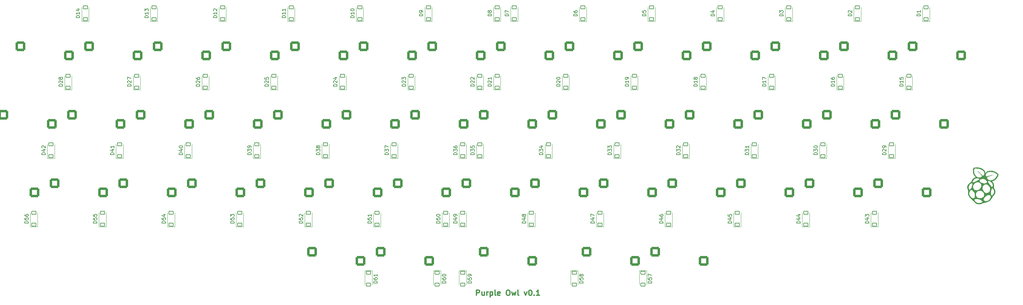
<source format=gbr>
%TF.GenerationSoftware,KiCad,Pcbnew,(6.0.6-0)*%
%TF.CreationDate,2022-07-30T10:34:07-07:00*%
%TF.ProjectId,purple-owl,70757270-6c65-42d6-9f77-6c2e6b696361,v0.1*%
%TF.SameCoordinates,Original*%
%TF.FileFunction,Legend,Top*%
%TF.FilePolarity,Positive*%
%FSLAX46Y46*%
G04 Gerber Fmt 4.6, Leading zero omitted, Abs format (unit mm)*
G04 Created by KiCad (PCBNEW (6.0.6-0)) date 2022-07-30 10:34:07*
%MOMM*%
%LPD*%
G01*
G04 APERTURE LIST*
G04 Aperture macros list*
%AMRoundRect*
0 Rectangle with rounded corners*
0 $1 Rounding radius*
0 $2 $3 $4 $5 $6 $7 $8 $9 X,Y pos of 4 corners*
0 Add a 4 corners polygon primitive as box body*
4,1,4,$2,$3,$4,$5,$6,$7,$8,$9,$2,$3,0*
0 Add four circle primitives for the rounded corners*
1,1,$1+$1,$2,$3*
1,1,$1+$1,$4,$5*
1,1,$1+$1,$6,$7*
1,1,$1+$1,$8,$9*
0 Add four rect primitives between the rounded corners*
20,1,$1+$1,$2,$3,$4,$5,0*
20,1,$1+$1,$4,$5,$6,$7,0*
20,1,$1+$1,$6,$7,$8,$9,0*
20,1,$1+$1,$8,$9,$2,$3,0*%
G04 Aperture macros list end*
%ADD10C,0.300000*%
%ADD11C,0.150000*%
%ADD12C,0.120000*%
%ADD13RoundRect,0.100000X0.600000X-0.450000X0.600000X0.450000X-0.600000X0.450000X-0.600000X-0.450000X0*%
%ADD14C,3.248000*%
%ADD15C,1.901800*%
%ADD16C,4.187800*%
%ADD17RoundRect,0.354000X-1.016000X-1.016000X1.016000X-1.016000X1.016000X1.016000X-1.016000X1.016000X0*%
%ADD18RoundRect,0.100000X-0.600000X0.450000X-0.600000X-0.450000X0.600000X-0.450000X0.600000X0.450000X0*%
%ADD19C,1.900000*%
%ADD20C,0.800000*%
G04 APERTURE END LIST*
D10*
X210995714Y-159428571D02*
X210995714Y-157928571D01*
X211567142Y-157928571D01*
X211710000Y-158000000D01*
X211781428Y-158071428D01*
X211852857Y-158214285D01*
X211852857Y-158428571D01*
X211781428Y-158571428D01*
X211710000Y-158642857D01*
X211567142Y-158714285D01*
X210995714Y-158714285D01*
X213138571Y-158428571D02*
X213138571Y-159428571D01*
X212495714Y-158428571D02*
X212495714Y-159214285D01*
X212567142Y-159357142D01*
X212710000Y-159428571D01*
X212924285Y-159428571D01*
X213067142Y-159357142D01*
X213138571Y-159285714D01*
X213852857Y-159428571D02*
X213852857Y-158428571D01*
X213852857Y-158714285D02*
X213924285Y-158571428D01*
X213995714Y-158500000D01*
X214138571Y-158428571D01*
X214281428Y-158428571D01*
X214781428Y-158428571D02*
X214781428Y-159928571D01*
X214781428Y-158500000D02*
X214924285Y-158428571D01*
X215210000Y-158428571D01*
X215352857Y-158500000D01*
X215424285Y-158571428D01*
X215495714Y-158714285D01*
X215495714Y-159142857D01*
X215424285Y-159285714D01*
X215352857Y-159357142D01*
X215210000Y-159428571D01*
X214924285Y-159428571D01*
X214781428Y-159357142D01*
X216352857Y-159428571D02*
X216210000Y-159357142D01*
X216138571Y-159214285D01*
X216138571Y-157928571D01*
X217495714Y-159357142D02*
X217352857Y-159428571D01*
X217067142Y-159428571D01*
X216924285Y-159357142D01*
X216852857Y-159214285D01*
X216852857Y-158642857D01*
X216924285Y-158500000D01*
X217067142Y-158428571D01*
X217352857Y-158428571D01*
X217495714Y-158500000D01*
X217567142Y-158642857D01*
X217567142Y-158785714D01*
X216852857Y-158928571D01*
X219638571Y-157928571D02*
X219924285Y-157928571D01*
X220067142Y-158000000D01*
X220210000Y-158142857D01*
X220281428Y-158428571D01*
X220281428Y-158928571D01*
X220210000Y-159214285D01*
X220067142Y-159357142D01*
X219924285Y-159428571D01*
X219638571Y-159428571D01*
X219495714Y-159357142D01*
X219352857Y-159214285D01*
X219281428Y-158928571D01*
X219281428Y-158428571D01*
X219352857Y-158142857D01*
X219495714Y-158000000D01*
X219638571Y-157928571D01*
X220781428Y-158428571D02*
X221067142Y-159428571D01*
X221352857Y-158714285D01*
X221638571Y-159428571D01*
X221924285Y-158428571D01*
X222710000Y-159428571D02*
X222567142Y-159357142D01*
X222495714Y-159214285D01*
X222495714Y-157928571D01*
X224281428Y-158428571D02*
X224638571Y-159428571D01*
X224995714Y-158428571D01*
X225852857Y-157928571D02*
X225995714Y-157928571D01*
X226138571Y-158000000D01*
X226210000Y-158071428D01*
X226281428Y-158214285D01*
X226352857Y-158500000D01*
X226352857Y-158857142D01*
X226281428Y-159142857D01*
X226210000Y-159285714D01*
X226138571Y-159357142D01*
X225995714Y-159428571D01*
X225852857Y-159428571D01*
X225710000Y-159357142D01*
X225638571Y-159285714D01*
X225567142Y-159142857D01*
X225495714Y-158857142D01*
X225495714Y-158500000D01*
X225567142Y-158214285D01*
X225638571Y-158071428D01*
X225710000Y-158000000D01*
X225852857Y-157928571D01*
X226995714Y-159285714D02*
X227067142Y-159357142D01*
X226995714Y-159428571D01*
X226924285Y-159357142D01*
X226995714Y-159285714D01*
X226995714Y-159428571D01*
X228495714Y-159428571D02*
X227638571Y-159428571D01*
X228067142Y-159428571D02*
X228067142Y-157928571D01*
X227924285Y-158142857D01*
X227781428Y-158285714D01*
X227638571Y-158357142D01*
D11*
%TO.C,D27*%
X115133630Y-101226785D02*
X114133630Y-101226785D01*
X114133630Y-100988690D01*
X114181250Y-100845833D01*
X114276488Y-100750595D01*
X114371726Y-100702976D01*
X114562202Y-100655357D01*
X114705059Y-100655357D01*
X114895535Y-100702976D01*
X114990773Y-100750595D01*
X115086011Y-100845833D01*
X115133630Y-100988690D01*
X115133630Y-101226785D01*
X114228869Y-100274404D02*
X114181250Y-100226785D01*
X114133630Y-100131547D01*
X114133630Y-99893452D01*
X114181250Y-99798214D01*
X114228869Y-99750595D01*
X114324107Y-99702976D01*
X114419345Y-99702976D01*
X114562202Y-99750595D01*
X115133630Y-100322023D01*
X115133630Y-99702976D01*
X114133630Y-99369642D02*
X114133630Y-98702976D01*
X115133630Y-99131547D01*
%TO.C,D38*%
X167521130Y-120276785D02*
X166521130Y-120276785D01*
X166521130Y-120038690D01*
X166568750Y-119895833D01*
X166663988Y-119800595D01*
X166759226Y-119752976D01*
X166949702Y-119705357D01*
X167092559Y-119705357D01*
X167283035Y-119752976D01*
X167378273Y-119800595D01*
X167473511Y-119895833D01*
X167521130Y-120038690D01*
X167521130Y-120276785D01*
X166521130Y-119372023D02*
X166521130Y-118752976D01*
X166902083Y-119086309D01*
X166902083Y-118943452D01*
X166949702Y-118848214D01*
X166997321Y-118800595D01*
X167092559Y-118752976D01*
X167330654Y-118752976D01*
X167425892Y-118800595D01*
X167473511Y-118848214D01*
X167521130Y-118943452D01*
X167521130Y-119229166D01*
X167473511Y-119324404D01*
X167425892Y-119372023D01*
X166949702Y-118181547D02*
X166902083Y-118276785D01*
X166854464Y-118324404D01*
X166759226Y-118372023D01*
X166711607Y-118372023D01*
X166616369Y-118324404D01*
X166568750Y-118276785D01*
X166521130Y-118181547D01*
X166521130Y-117991071D01*
X166568750Y-117895833D01*
X166616369Y-117848214D01*
X166711607Y-117800595D01*
X166759226Y-117800595D01*
X166854464Y-117848214D01*
X166902083Y-117895833D01*
X166949702Y-117991071D01*
X166949702Y-118181547D01*
X166997321Y-118276785D01*
X167044940Y-118324404D01*
X167140178Y-118372023D01*
X167330654Y-118372023D01*
X167425892Y-118324404D01*
X167473511Y-118276785D01*
X167521130Y-118181547D01*
X167521130Y-117991071D01*
X167473511Y-117895833D01*
X167425892Y-117848214D01*
X167330654Y-117800595D01*
X167140178Y-117800595D01*
X167044940Y-117848214D01*
X166997321Y-117895833D01*
X166949702Y-117991071D01*
%TO.C,D42*%
X91321130Y-120276785D02*
X90321130Y-120276785D01*
X90321130Y-120038690D01*
X90368750Y-119895833D01*
X90463988Y-119800595D01*
X90559226Y-119752976D01*
X90749702Y-119705357D01*
X90892559Y-119705357D01*
X91083035Y-119752976D01*
X91178273Y-119800595D01*
X91273511Y-119895833D01*
X91321130Y-120038690D01*
X91321130Y-120276785D01*
X90654464Y-118848214D02*
X91321130Y-118848214D01*
X90273511Y-119086309D02*
X90987797Y-119324404D01*
X90987797Y-118705357D01*
X90416369Y-118372023D02*
X90368750Y-118324404D01*
X90321130Y-118229166D01*
X90321130Y-117991071D01*
X90368750Y-117895833D01*
X90416369Y-117848214D01*
X90511607Y-117800595D01*
X90606845Y-117800595D01*
X90749702Y-117848214D01*
X91321130Y-118419642D01*
X91321130Y-117800595D01*
%TO.C,D52*%
X162758630Y-139326785D02*
X161758630Y-139326785D01*
X161758630Y-139088690D01*
X161806250Y-138945833D01*
X161901488Y-138850595D01*
X161996726Y-138802976D01*
X162187202Y-138755357D01*
X162330059Y-138755357D01*
X162520535Y-138802976D01*
X162615773Y-138850595D01*
X162711011Y-138945833D01*
X162758630Y-139088690D01*
X162758630Y-139326785D01*
X161758630Y-137850595D02*
X161758630Y-138326785D01*
X162234821Y-138374404D01*
X162187202Y-138326785D01*
X162139583Y-138231547D01*
X162139583Y-137993452D01*
X162187202Y-137898214D01*
X162234821Y-137850595D01*
X162330059Y-137802976D01*
X162568154Y-137802976D01*
X162663392Y-137850595D01*
X162711011Y-137898214D01*
X162758630Y-137993452D01*
X162758630Y-138231547D01*
X162711011Y-138326785D01*
X162663392Y-138374404D01*
X161853869Y-137422023D02*
X161806250Y-137374404D01*
X161758630Y-137279166D01*
X161758630Y-137041071D01*
X161806250Y-136945833D01*
X161853869Y-136898214D01*
X161949107Y-136850595D01*
X162044345Y-136850595D01*
X162187202Y-136898214D01*
X162758630Y-137469642D01*
X162758630Y-136850595D01*
%TO.C,D6*%
X238958630Y-81700595D02*
X237958630Y-81700595D01*
X237958630Y-81462500D01*
X238006250Y-81319642D01*
X238101488Y-81224404D01*
X238196726Y-81176785D01*
X238387202Y-81129166D01*
X238530059Y-81129166D01*
X238720535Y-81176785D01*
X238815773Y-81224404D01*
X238911011Y-81319642D01*
X238958630Y-81462500D01*
X238958630Y-81700595D01*
X237958630Y-80272023D02*
X237958630Y-80462500D01*
X238006250Y-80557738D01*
X238053869Y-80605357D01*
X238196726Y-80700595D01*
X238387202Y-80748214D01*
X238768154Y-80748214D01*
X238863392Y-80700595D01*
X238911011Y-80652976D01*
X238958630Y-80557738D01*
X238958630Y-80367261D01*
X238911011Y-80272023D01*
X238863392Y-80224404D01*
X238768154Y-80176785D01*
X238530059Y-80176785D01*
X238434821Y-80224404D01*
X238387202Y-80272023D01*
X238339583Y-80367261D01*
X238339583Y-80557738D01*
X238387202Y-80652976D01*
X238434821Y-80700595D01*
X238530059Y-80748214D01*
%TO.C,D13*%
X119896130Y-82176785D02*
X118896130Y-82176785D01*
X118896130Y-81938690D01*
X118943750Y-81795833D01*
X119038988Y-81700595D01*
X119134226Y-81652976D01*
X119324702Y-81605357D01*
X119467559Y-81605357D01*
X119658035Y-81652976D01*
X119753273Y-81700595D01*
X119848511Y-81795833D01*
X119896130Y-81938690D01*
X119896130Y-82176785D01*
X119896130Y-80652976D02*
X119896130Y-81224404D01*
X119896130Y-80938690D02*
X118896130Y-80938690D01*
X119038988Y-81033928D01*
X119134226Y-81129166D01*
X119181845Y-81224404D01*
X118896130Y-80319642D02*
X118896130Y-79700595D01*
X119277083Y-80033928D01*
X119277083Y-79891071D01*
X119324702Y-79795833D01*
X119372321Y-79748214D01*
X119467559Y-79700595D01*
X119705654Y-79700595D01*
X119800892Y-79748214D01*
X119848511Y-79795833D01*
X119896130Y-79891071D01*
X119896130Y-80176785D01*
X119848511Y-80272023D01*
X119800892Y-80319642D01*
%TO.C,D2*%
X315158630Y-81700595D02*
X314158630Y-81700595D01*
X314158630Y-81462500D01*
X314206250Y-81319642D01*
X314301488Y-81224404D01*
X314396726Y-81176785D01*
X314587202Y-81129166D01*
X314730059Y-81129166D01*
X314920535Y-81176785D01*
X315015773Y-81224404D01*
X315111011Y-81319642D01*
X315158630Y-81462500D01*
X315158630Y-81700595D01*
X314253869Y-80748214D02*
X314206250Y-80700595D01*
X314158630Y-80605357D01*
X314158630Y-80367261D01*
X314206250Y-80272023D01*
X314253869Y-80224404D01*
X314349107Y-80176785D01*
X314444345Y-80176785D01*
X314587202Y-80224404D01*
X315158630Y-80795833D01*
X315158630Y-80176785D01*
%TO.C,D40*%
X129421130Y-120276785D02*
X128421130Y-120276785D01*
X128421130Y-120038690D01*
X128468750Y-119895833D01*
X128563988Y-119800595D01*
X128659226Y-119752976D01*
X128849702Y-119705357D01*
X128992559Y-119705357D01*
X129183035Y-119752976D01*
X129278273Y-119800595D01*
X129373511Y-119895833D01*
X129421130Y-120038690D01*
X129421130Y-120276785D01*
X128754464Y-118848214D02*
X129421130Y-118848214D01*
X128373511Y-119086309D02*
X129087797Y-119324404D01*
X129087797Y-118705357D01*
X128421130Y-118133928D02*
X128421130Y-118038690D01*
X128468750Y-117943452D01*
X128516369Y-117895833D01*
X128611607Y-117848214D01*
X128802083Y-117800595D01*
X129040178Y-117800595D01*
X129230654Y-117848214D01*
X129325892Y-117895833D01*
X129373511Y-117943452D01*
X129421130Y-118038690D01*
X129421130Y-118133928D01*
X129373511Y-118229166D01*
X129325892Y-118276785D01*
X129230654Y-118324404D01*
X129040178Y-118372023D01*
X128802083Y-118372023D01*
X128611607Y-118324404D01*
X128516369Y-118276785D01*
X128468750Y-118229166D01*
X128421130Y-118133928D01*
%TO.C,D22*%
X210383630Y-101226785D02*
X209383630Y-101226785D01*
X209383630Y-100988690D01*
X209431250Y-100845833D01*
X209526488Y-100750595D01*
X209621726Y-100702976D01*
X209812202Y-100655357D01*
X209955059Y-100655357D01*
X210145535Y-100702976D01*
X210240773Y-100750595D01*
X210336011Y-100845833D01*
X210383630Y-100988690D01*
X210383630Y-101226785D01*
X209478869Y-100274404D02*
X209431250Y-100226785D01*
X209383630Y-100131547D01*
X209383630Y-99893452D01*
X209431250Y-99798214D01*
X209478869Y-99750595D01*
X209574107Y-99702976D01*
X209669345Y-99702976D01*
X209812202Y-99750595D01*
X210383630Y-100322023D01*
X210383630Y-99702976D01*
X209478869Y-99322023D02*
X209431250Y-99274404D01*
X209383630Y-99179166D01*
X209383630Y-98941071D01*
X209431250Y-98845833D01*
X209478869Y-98798214D01*
X209574107Y-98750595D01*
X209669345Y-98750595D01*
X209812202Y-98798214D01*
X210383630Y-99369642D01*
X210383630Y-98750595D01*
%TO.C,D24*%
X172283630Y-101226785D02*
X171283630Y-101226785D01*
X171283630Y-100988690D01*
X171331250Y-100845833D01*
X171426488Y-100750595D01*
X171521726Y-100702976D01*
X171712202Y-100655357D01*
X171855059Y-100655357D01*
X172045535Y-100702976D01*
X172140773Y-100750595D01*
X172236011Y-100845833D01*
X172283630Y-100988690D01*
X172283630Y-101226785D01*
X171378869Y-100274404D02*
X171331250Y-100226785D01*
X171283630Y-100131547D01*
X171283630Y-99893452D01*
X171331250Y-99798214D01*
X171378869Y-99750595D01*
X171474107Y-99702976D01*
X171569345Y-99702976D01*
X171712202Y-99750595D01*
X172283630Y-100322023D01*
X172283630Y-99702976D01*
X171616964Y-98845833D02*
X172283630Y-98845833D01*
X171236011Y-99083928D02*
X171950297Y-99322023D01*
X171950297Y-98702976D01*
%TO.C,D37*%
X186571130Y-120276785D02*
X185571130Y-120276785D01*
X185571130Y-120038690D01*
X185618750Y-119895833D01*
X185713988Y-119800595D01*
X185809226Y-119752976D01*
X185999702Y-119705357D01*
X186142559Y-119705357D01*
X186333035Y-119752976D01*
X186428273Y-119800595D01*
X186523511Y-119895833D01*
X186571130Y-120038690D01*
X186571130Y-120276785D01*
X185571130Y-119372023D02*
X185571130Y-118752976D01*
X185952083Y-119086309D01*
X185952083Y-118943452D01*
X185999702Y-118848214D01*
X186047321Y-118800595D01*
X186142559Y-118752976D01*
X186380654Y-118752976D01*
X186475892Y-118800595D01*
X186523511Y-118848214D01*
X186571130Y-118943452D01*
X186571130Y-119229166D01*
X186523511Y-119324404D01*
X186475892Y-119372023D01*
X185571130Y-118419642D02*
X185571130Y-117752976D01*
X186571130Y-118181547D01*
%TO.C,D49*%
X205621130Y-139326785D02*
X204621130Y-139326785D01*
X204621130Y-139088690D01*
X204668750Y-138945833D01*
X204763988Y-138850595D01*
X204859226Y-138802976D01*
X205049702Y-138755357D01*
X205192559Y-138755357D01*
X205383035Y-138802976D01*
X205478273Y-138850595D01*
X205573511Y-138945833D01*
X205621130Y-139088690D01*
X205621130Y-139326785D01*
X204954464Y-137898214D02*
X205621130Y-137898214D01*
X204573511Y-138136309D02*
X205287797Y-138374404D01*
X205287797Y-137755357D01*
X205621130Y-137326785D02*
X205621130Y-137136309D01*
X205573511Y-137041071D01*
X205525892Y-136993452D01*
X205383035Y-136898214D01*
X205192559Y-136850595D01*
X204811607Y-136850595D01*
X204716369Y-136898214D01*
X204668750Y-136945833D01*
X204621130Y-137041071D01*
X204621130Y-137231547D01*
X204668750Y-137326785D01*
X204716369Y-137374404D01*
X204811607Y-137422023D01*
X205049702Y-137422023D01*
X205144940Y-137374404D01*
X205192559Y-137326785D01*
X205240178Y-137231547D01*
X205240178Y-137041071D01*
X205192559Y-136945833D01*
X205144940Y-136898214D01*
X205049702Y-136850595D01*
%TO.C,D47*%
X243721130Y-139326785D02*
X242721130Y-139326785D01*
X242721130Y-139088690D01*
X242768750Y-138945833D01*
X242863988Y-138850595D01*
X242959226Y-138802976D01*
X243149702Y-138755357D01*
X243292559Y-138755357D01*
X243483035Y-138802976D01*
X243578273Y-138850595D01*
X243673511Y-138945833D01*
X243721130Y-139088690D01*
X243721130Y-139326785D01*
X243054464Y-137898214D02*
X243721130Y-137898214D01*
X242673511Y-138136309D02*
X243387797Y-138374404D01*
X243387797Y-137755357D01*
X242721130Y-137469642D02*
X242721130Y-136802976D01*
X243721130Y-137231547D01*
%TO.C,D19*%
X253246130Y-101226785D02*
X252246130Y-101226785D01*
X252246130Y-100988690D01*
X252293750Y-100845833D01*
X252388988Y-100750595D01*
X252484226Y-100702976D01*
X252674702Y-100655357D01*
X252817559Y-100655357D01*
X253008035Y-100702976D01*
X253103273Y-100750595D01*
X253198511Y-100845833D01*
X253246130Y-100988690D01*
X253246130Y-101226785D01*
X253246130Y-99702976D02*
X253246130Y-100274404D01*
X253246130Y-99988690D02*
X252246130Y-99988690D01*
X252388988Y-100083928D01*
X252484226Y-100179166D01*
X252531845Y-100274404D01*
X253246130Y-99226785D02*
X253246130Y-99036309D01*
X253198511Y-98941071D01*
X253150892Y-98893452D01*
X253008035Y-98798214D01*
X252817559Y-98750595D01*
X252436607Y-98750595D01*
X252341369Y-98798214D01*
X252293750Y-98845833D01*
X252246130Y-98941071D01*
X252246130Y-99131547D01*
X252293750Y-99226785D01*
X252341369Y-99274404D01*
X252436607Y-99322023D01*
X252674702Y-99322023D01*
X252769940Y-99274404D01*
X252817559Y-99226785D01*
X252865178Y-99131547D01*
X252865178Y-98941071D01*
X252817559Y-98845833D01*
X252769940Y-98798214D01*
X252674702Y-98750595D01*
%TO.C,D43*%
X319921130Y-139326785D02*
X318921130Y-139326785D01*
X318921130Y-139088690D01*
X318968750Y-138945833D01*
X319063988Y-138850595D01*
X319159226Y-138802976D01*
X319349702Y-138755357D01*
X319492559Y-138755357D01*
X319683035Y-138802976D01*
X319778273Y-138850595D01*
X319873511Y-138945833D01*
X319921130Y-139088690D01*
X319921130Y-139326785D01*
X319254464Y-137898214D02*
X319921130Y-137898214D01*
X318873511Y-138136309D02*
X319587797Y-138374404D01*
X319587797Y-137755357D01*
X318921130Y-137469642D02*
X318921130Y-136850595D01*
X319302083Y-137183928D01*
X319302083Y-137041071D01*
X319349702Y-136945833D01*
X319397321Y-136898214D01*
X319492559Y-136850595D01*
X319730654Y-136850595D01*
X319825892Y-136898214D01*
X319873511Y-136945833D01*
X319921130Y-137041071D01*
X319921130Y-137326785D01*
X319873511Y-137422023D01*
X319825892Y-137469642D01*
%TO.C,D25*%
X153233630Y-101226785D02*
X152233630Y-101226785D01*
X152233630Y-100988690D01*
X152281250Y-100845833D01*
X152376488Y-100750595D01*
X152471726Y-100702976D01*
X152662202Y-100655357D01*
X152805059Y-100655357D01*
X152995535Y-100702976D01*
X153090773Y-100750595D01*
X153186011Y-100845833D01*
X153233630Y-100988690D01*
X153233630Y-101226785D01*
X152328869Y-100274404D02*
X152281250Y-100226785D01*
X152233630Y-100131547D01*
X152233630Y-99893452D01*
X152281250Y-99798214D01*
X152328869Y-99750595D01*
X152424107Y-99702976D01*
X152519345Y-99702976D01*
X152662202Y-99750595D01*
X153233630Y-100322023D01*
X153233630Y-99702976D01*
X152233630Y-98798214D02*
X152233630Y-99274404D01*
X152709821Y-99322023D01*
X152662202Y-99274404D01*
X152614583Y-99179166D01*
X152614583Y-98941071D01*
X152662202Y-98845833D01*
X152709821Y-98798214D01*
X152805059Y-98750595D01*
X153043154Y-98750595D01*
X153138392Y-98798214D01*
X153186011Y-98845833D01*
X153233630Y-98941071D01*
X153233630Y-99179166D01*
X153186011Y-99274404D01*
X153138392Y-99322023D01*
%TO.C,D11*%
X157996130Y-82176785D02*
X156996130Y-82176785D01*
X156996130Y-81938690D01*
X157043750Y-81795833D01*
X157138988Y-81700595D01*
X157234226Y-81652976D01*
X157424702Y-81605357D01*
X157567559Y-81605357D01*
X157758035Y-81652976D01*
X157853273Y-81700595D01*
X157948511Y-81795833D01*
X157996130Y-81938690D01*
X157996130Y-82176785D01*
X157996130Y-80652976D02*
X157996130Y-81224404D01*
X157996130Y-80938690D02*
X156996130Y-80938690D01*
X157138988Y-81033928D01*
X157234226Y-81129166D01*
X157281845Y-81224404D01*
X157996130Y-79700595D02*
X157996130Y-80272023D01*
X157996130Y-79986309D02*
X156996130Y-79986309D01*
X157138988Y-80081547D01*
X157234226Y-80176785D01*
X157281845Y-80272023D01*
%TO.C,D53*%
X143708630Y-139326785D02*
X142708630Y-139326785D01*
X142708630Y-139088690D01*
X142756250Y-138945833D01*
X142851488Y-138850595D01*
X142946726Y-138802976D01*
X143137202Y-138755357D01*
X143280059Y-138755357D01*
X143470535Y-138802976D01*
X143565773Y-138850595D01*
X143661011Y-138945833D01*
X143708630Y-139088690D01*
X143708630Y-139326785D01*
X142708630Y-137850595D02*
X142708630Y-138326785D01*
X143184821Y-138374404D01*
X143137202Y-138326785D01*
X143089583Y-138231547D01*
X143089583Y-137993452D01*
X143137202Y-137898214D01*
X143184821Y-137850595D01*
X143280059Y-137802976D01*
X143518154Y-137802976D01*
X143613392Y-137850595D01*
X143661011Y-137898214D01*
X143708630Y-137993452D01*
X143708630Y-138231547D01*
X143661011Y-138326785D01*
X143613392Y-138374404D01*
X142708630Y-137469642D02*
X142708630Y-136850595D01*
X143089583Y-137183928D01*
X143089583Y-137041071D01*
X143137202Y-136945833D01*
X143184821Y-136898214D01*
X143280059Y-136850595D01*
X143518154Y-136850595D01*
X143613392Y-136898214D01*
X143661011Y-136945833D01*
X143708630Y-137041071D01*
X143708630Y-137326785D01*
X143661011Y-137422023D01*
X143613392Y-137469642D01*
%TO.C,D8*%
X215146130Y-81700595D02*
X214146130Y-81700595D01*
X214146130Y-81462500D01*
X214193750Y-81319642D01*
X214288988Y-81224404D01*
X214384226Y-81176785D01*
X214574702Y-81129166D01*
X214717559Y-81129166D01*
X214908035Y-81176785D01*
X215003273Y-81224404D01*
X215098511Y-81319642D01*
X215146130Y-81462500D01*
X215146130Y-81700595D01*
X214574702Y-80557738D02*
X214527083Y-80652976D01*
X214479464Y-80700595D01*
X214384226Y-80748214D01*
X214336607Y-80748214D01*
X214241369Y-80700595D01*
X214193750Y-80652976D01*
X214146130Y-80557738D01*
X214146130Y-80367261D01*
X214193750Y-80272023D01*
X214241369Y-80224404D01*
X214336607Y-80176785D01*
X214384226Y-80176785D01*
X214479464Y-80224404D01*
X214527083Y-80272023D01*
X214574702Y-80367261D01*
X214574702Y-80557738D01*
X214622321Y-80652976D01*
X214669940Y-80700595D01*
X214765178Y-80748214D01*
X214955654Y-80748214D01*
X215050892Y-80700595D01*
X215098511Y-80652976D01*
X215146130Y-80557738D01*
X215146130Y-80367261D01*
X215098511Y-80272023D01*
X215050892Y-80224404D01*
X214955654Y-80176785D01*
X214765178Y-80176785D01*
X214669940Y-80224404D01*
X214622321Y-80272023D01*
X214574702Y-80367261D01*
%TO.C,D20*%
X234196130Y-101226785D02*
X233196130Y-101226785D01*
X233196130Y-100988690D01*
X233243750Y-100845833D01*
X233338988Y-100750595D01*
X233434226Y-100702976D01*
X233624702Y-100655357D01*
X233767559Y-100655357D01*
X233958035Y-100702976D01*
X234053273Y-100750595D01*
X234148511Y-100845833D01*
X234196130Y-100988690D01*
X234196130Y-101226785D01*
X233291369Y-100274404D02*
X233243750Y-100226785D01*
X233196130Y-100131547D01*
X233196130Y-99893452D01*
X233243750Y-99798214D01*
X233291369Y-99750595D01*
X233386607Y-99702976D01*
X233481845Y-99702976D01*
X233624702Y-99750595D01*
X234196130Y-100322023D01*
X234196130Y-99702976D01*
X233196130Y-99083928D02*
X233196130Y-98988690D01*
X233243750Y-98893452D01*
X233291369Y-98845833D01*
X233386607Y-98798214D01*
X233577083Y-98750595D01*
X233815178Y-98750595D01*
X234005654Y-98798214D01*
X234100892Y-98845833D01*
X234148511Y-98893452D01*
X234196130Y-98988690D01*
X234196130Y-99083928D01*
X234148511Y-99179166D01*
X234100892Y-99226785D01*
X234005654Y-99274404D01*
X233815178Y-99322023D01*
X233577083Y-99322023D01*
X233386607Y-99274404D01*
X233291369Y-99226785D01*
X233243750Y-99179166D01*
X233196130Y-99083928D01*
%TO.C,D16*%
X310396130Y-101226785D02*
X309396130Y-101226785D01*
X309396130Y-100988690D01*
X309443750Y-100845833D01*
X309538988Y-100750595D01*
X309634226Y-100702976D01*
X309824702Y-100655357D01*
X309967559Y-100655357D01*
X310158035Y-100702976D01*
X310253273Y-100750595D01*
X310348511Y-100845833D01*
X310396130Y-100988690D01*
X310396130Y-101226785D01*
X310396130Y-99702976D02*
X310396130Y-100274404D01*
X310396130Y-99988690D02*
X309396130Y-99988690D01*
X309538988Y-100083928D01*
X309634226Y-100179166D01*
X309681845Y-100274404D01*
X309396130Y-98845833D02*
X309396130Y-99036309D01*
X309443750Y-99131547D01*
X309491369Y-99179166D01*
X309634226Y-99274404D01*
X309824702Y-99322023D01*
X310205654Y-99322023D01*
X310300892Y-99274404D01*
X310348511Y-99226785D01*
X310396130Y-99131547D01*
X310396130Y-98941071D01*
X310348511Y-98845833D01*
X310300892Y-98798214D01*
X310205654Y-98750595D01*
X309967559Y-98750595D01*
X309872321Y-98798214D01*
X309824702Y-98845833D01*
X309777083Y-98941071D01*
X309777083Y-99131547D01*
X309824702Y-99226785D01*
X309872321Y-99274404D01*
X309967559Y-99322023D01*
%TO.C,D9*%
X196096130Y-81700595D02*
X195096130Y-81700595D01*
X195096130Y-81462500D01*
X195143750Y-81319642D01*
X195238988Y-81224404D01*
X195334226Y-81176785D01*
X195524702Y-81129166D01*
X195667559Y-81129166D01*
X195858035Y-81176785D01*
X195953273Y-81224404D01*
X196048511Y-81319642D01*
X196096130Y-81462500D01*
X196096130Y-81700595D01*
X196096130Y-80652976D02*
X196096130Y-80462500D01*
X196048511Y-80367261D01*
X196000892Y-80319642D01*
X195858035Y-80224404D01*
X195667559Y-80176785D01*
X195286607Y-80176785D01*
X195191369Y-80224404D01*
X195143750Y-80272023D01*
X195096130Y-80367261D01*
X195096130Y-80557738D01*
X195143750Y-80652976D01*
X195191369Y-80700595D01*
X195286607Y-80748214D01*
X195524702Y-80748214D01*
X195619940Y-80700595D01*
X195667559Y-80652976D01*
X195715178Y-80557738D01*
X195715178Y-80367261D01*
X195667559Y-80272023D01*
X195619940Y-80224404D01*
X195524702Y-80176785D01*
%TO.C,D41*%
X110371130Y-120276785D02*
X109371130Y-120276785D01*
X109371130Y-120038690D01*
X109418750Y-119895833D01*
X109513988Y-119800595D01*
X109609226Y-119752976D01*
X109799702Y-119705357D01*
X109942559Y-119705357D01*
X110133035Y-119752976D01*
X110228273Y-119800595D01*
X110323511Y-119895833D01*
X110371130Y-120038690D01*
X110371130Y-120276785D01*
X109704464Y-118848214D02*
X110371130Y-118848214D01*
X109323511Y-119086309D02*
X110037797Y-119324404D01*
X110037797Y-118705357D01*
X110371130Y-117800595D02*
X110371130Y-118372023D01*
X110371130Y-118086309D02*
X109371130Y-118086309D01*
X109513988Y-118181547D01*
X109609226Y-118276785D01*
X109656845Y-118372023D01*
%TO.C,D56*%
X86558630Y-139326785D02*
X85558630Y-139326785D01*
X85558630Y-139088690D01*
X85606250Y-138945833D01*
X85701488Y-138850595D01*
X85796726Y-138802976D01*
X85987202Y-138755357D01*
X86130059Y-138755357D01*
X86320535Y-138802976D01*
X86415773Y-138850595D01*
X86511011Y-138945833D01*
X86558630Y-139088690D01*
X86558630Y-139326785D01*
X85558630Y-137850595D02*
X85558630Y-138326785D01*
X86034821Y-138374404D01*
X85987202Y-138326785D01*
X85939583Y-138231547D01*
X85939583Y-137993452D01*
X85987202Y-137898214D01*
X86034821Y-137850595D01*
X86130059Y-137802976D01*
X86368154Y-137802976D01*
X86463392Y-137850595D01*
X86511011Y-137898214D01*
X86558630Y-137993452D01*
X86558630Y-138231547D01*
X86511011Y-138326785D01*
X86463392Y-138374404D01*
X85558630Y-136945833D02*
X85558630Y-137136309D01*
X85606250Y-137231547D01*
X85653869Y-137279166D01*
X85796726Y-137374404D01*
X85987202Y-137422023D01*
X86368154Y-137422023D01*
X86463392Y-137374404D01*
X86511011Y-137326785D01*
X86558630Y-137231547D01*
X86558630Y-137041071D01*
X86511011Y-136945833D01*
X86463392Y-136898214D01*
X86368154Y-136850595D01*
X86130059Y-136850595D01*
X86034821Y-136898214D01*
X85987202Y-136945833D01*
X85939583Y-137041071D01*
X85939583Y-137231547D01*
X85987202Y-137326785D01*
X86034821Y-137374404D01*
X86130059Y-137422023D01*
%TO.C,D46*%
X262771130Y-139326785D02*
X261771130Y-139326785D01*
X261771130Y-139088690D01*
X261818750Y-138945833D01*
X261913988Y-138850595D01*
X262009226Y-138802976D01*
X262199702Y-138755357D01*
X262342559Y-138755357D01*
X262533035Y-138802976D01*
X262628273Y-138850595D01*
X262723511Y-138945833D01*
X262771130Y-139088690D01*
X262771130Y-139326785D01*
X262104464Y-137898214D02*
X262771130Y-137898214D01*
X261723511Y-138136309D02*
X262437797Y-138374404D01*
X262437797Y-137755357D01*
X261771130Y-136945833D02*
X261771130Y-137136309D01*
X261818750Y-137231547D01*
X261866369Y-137279166D01*
X262009226Y-137374404D01*
X262199702Y-137422023D01*
X262580654Y-137422023D01*
X262675892Y-137374404D01*
X262723511Y-137326785D01*
X262771130Y-137231547D01*
X262771130Y-137041071D01*
X262723511Y-136945833D01*
X262675892Y-136898214D01*
X262580654Y-136850595D01*
X262342559Y-136850595D01*
X262247321Y-136898214D01*
X262199702Y-136945833D01*
X262152083Y-137041071D01*
X262152083Y-137231547D01*
X262199702Y-137326785D01*
X262247321Y-137374404D01*
X262342559Y-137422023D01*
%TO.C,D15*%
X329446130Y-101226785D02*
X328446130Y-101226785D01*
X328446130Y-100988690D01*
X328493750Y-100845833D01*
X328588988Y-100750595D01*
X328684226Y-100702976D01*
X328874702Y-100655357D01*
X329017559Y-100655357D01*
X329208035Y-100702976D01*
X329303273Y-100750595D01*
X329398511Y-100845833D01*
X329446130Y-100988690D01*
X329446130Y-101226785D01*
X329446130Y-99702976D02*
X329446130Y-100274404D01*
X329446130Y-99988690D02*
X328446130Y-99988690D01*
X328588988Y-100083928D01*
X328684226Y-100179166D01*
X328731845Y-100274404D01*
X328446130Y-98798214D02*
X328446130Y-99274404D01*
X328922321Y-99322023D01*
X328874702Y-99274404D01*
X328827083Y-99179166D01*
X328827083Y-98941071D01*
X328874702Y-98845833D01*
X328922321Y-98798214D01*
X329017559Y-98750595D01*
X329255654Y-98750595D01*
X329350892Y-98798214D01*
X329398511Y-98845833D01*
X329446130Y-98941071D01*
X329446130Y-99179166D01*
X329398511Y-99274404D01*
X329350892Y-99322023D01*
%TO.C,D57*%
X259627380Y-155995535D02*
X258627380Y-155995535D01*
X258627380Y-155757440D01*
X258675000Y-155614583D01*
X258770238Y-155519345D01*
X258865476Y-155471726D01*
X259055952Y-155424107D01*
X259198809Y-155424107D01*
X259389285Y-155471726D01*
X259484523Y-155519345D01*
X259579761Y-155614583D01*
X259627380Y-155757440D01*
X259627380Y-155995535D01*
X258627380Y-154519345D02*
X258627380Y-154995535D01*
X259103571Y-155043154D01*
X259055952Y-154995535D01*
X259008333Y-154900297D01*
X259008333Y-154662202D01*
X259055952Y-154566964D01*
X259103571Y-154519345D01*
X259198809Y-154471726D01*
X259436904Y-154471726D01*
X259532142Y-154519345D01*
X259579761Y-154566964D01*
X259627380Y-154662202D01*
X259627380Y-154900297D01*
X259579761Y-154995535D01*
X259532142Y-155043154D01*
X258627380Y-154138392D02*
X258627380Y-153471726D01*
X259627380Y-153900297D01*
%TO.C,D30*%
X305633630Y-120276785D02*
X304633630Y-120276785D01*
X304633630Y-120038690D01*
X304681250Y-119895833D01*
X304776488Y-119800595D01*
X304871726Y-119752976D01*
X305062202Y-119705357D01*
X305205059Y-119705357D01*
X305395535Y-119752976D01*
X305490773Y-119800595D01*
X305586011Y-119895833D01*
X305633630Y-120038690D01*
X305633630Y-120276785D01*
X304633630Y-119372023D02*
X304633630Y-118752976D01*
X305014583Y-119086309D01*
X305014583Y-118943452D01*
X305062202Y-118848214D01*
X305109821Y-118800595D01*
X305205059Y-118752976D01*
X305443154Y-118752976D01*
X305538392Y-118800595D01*
X305586011Y-118848214D01*
X305633630Y-118943452D01*
X305633630Y-119229166D01*
X305586011Y-119324404D01*
X305538392Y-119372023D01*
X304633630Y-118133928D02*
X304633630Y-118038690D01*
X304681250Y-117943452D01*
X304728869Y-117895833D01*
X304824107Y-117848214D01*
X305014583Y-117800595D01*
X305252678Y-117800595D01*
X305443154Y-117848214D01*
X305538392Y-117895833D01*
X305586011Y-117943452D01*
X305633630Y-118038690D01*
X305633630Y-118133928D01*
X305586011Y-118229166D01*
X305538392Y-118276785D01*
X305443154Y-118324404D01*
X305252678Y-118372023D01*
X305014583Y-118372023D01*
X304824107Y-118324404D01*
X304728869Y-118276785D01*
X304681250Y-118229166D01*
X304633630Y-118133928D01*
%TO.C,D33*%
X248483630Y-120276785D02*
X247483630Y-120276785D01*
X247483630Y-120038690D01*
X247531250Y-119895833D01*
X247626488Y-119800595D01*
X247721726Y-119752976D01*
X247912202Y-119705357D01*
X248055059Y-119705357D01*
X248245535Y-119752976D01*
X248340773Y-119800595D01*
X248436011Y-119895833D01*
X248483630Y-120038690D01*
X248483630Y-120276785D01*
X247483630Y-119372023D02*
X247483630Y-118752976D01*
X247864583Y-119086309D01*
X247864583Y-118943452D01*
X247912202Y-118848214D01*
X247959821Y-118800595D01*
X248055059Y-118752976D01*
X248293154Y-118752976D01*
X248388392Y-118800595D01*
X248436011Y-118848214D01*
X248483630Y-118943452D01*
X248483630Y-119229166D01*
X248436011Y-119324404D01*
X248388392Y-119372023D01*
X247483630Y-118419642D02*
X247483630Y-117800595D01*
X247864583Y-118133928D01*
X247864583Y-117991071D01*
X247912202Y-117895833D01*
X247959821Y-117848214D01*
X248055059Y-117800595D01*
X248293154Y-117800595D01*
X248388392Y-117848214D01*
X248436011Y-117895833D01*
X248483630Y-117991071D01*
X248483630Y-118276785D01*
X248436011Y-118372023D01*
X248388392Y-118419642D01*
%TO.C,D17*%
X291346130Y-101226785D02*
X290346130Y-101226785D01*
X290346130Y-100988690D01*
X290393750Y-100845833D01*
X290488988Y-100750595D01*
X290584226Y-100702976D01*
X290774702Y-100655357D01*
X290917559Y-100655357D01*
X291108035Y-100702976D01*
X291203273Y-100750595D01*
X291298511Y-100845833D01*
X291346130Y-100988690D01*
X291346130Y-101226785D01*
X291346130Y-99702976D02*
X291346130Y-100274404D01*
X291346130Y-99988690D02*
X290346130Y-99988690D01*
X290488988Y-100083928D01*
X290584226Y-100179166D01*
X290631845Y-100274404D01*
X290346130Y-99369642D02*
X290346130Y-98702976D01*
X291346130Y-99131547D01*
%TO.C,D51*%
X181808630Y-139326785D02*
X180808630Y-139326785D01*
X180808630Y-139088690D01*
X180856250Y-138945833D01*
X180951488Y-138850595D01*
X181046726Y-138802976D01*
X181237202Y-138755357D01*
X181380059Y-138755357D01*
X181570535Y-138802976D01*
X181665773Y-138850595D01*
X181761011Y-138945833D01*
X181808630Y-139088690D01*
X181808630Y-139326785D01*
X180808630Y-137850595D02*
X180808630Y-138326785D01*
X181284821Y-138374404D01*
X181237202Y-138326785D01*
X181189583Y-138231547D01*
X181189583Y-137993452D01*
X181237202Y-137898214D01*
X181284821Y-137850595D01*
X181380059Y-137802976D01*
X181618154Y-137802976D01*
X181713392Y-137850595D01*
X181761011Y-137898214D01*
X181808630Y-137993452D01*
X181808630Y-138231547D01*
X181761011Y-138326785D01*
X181713392Y-138374404D01*
X181808630Y-136850595D02*
X181808630Y-137422023D01*
X181808630Y-137136309D02*
X180808630Y-137136309D01*
X180951488Y-137231547D01*
X181046726Y-137326785D01*
X181094345Y-137422023D01*
%TO.C,D54*%
X124658630Y-139326785D02*
X123658630Y-139326785D01*
X123658630Y-139088690D01*
X123706250Y-138945833D01*
X123801488Y-138850595D01*
X123896726Y-138802976D01*
X124087202Y-138755357D01*
X124230059Y-138755357D01*
X124420535Y-138802976D01*
X124515773Y-138850595D01*
X124611011Y-138945833D01*
X124658630Y-139088690D01*
X124658630Y-139326785D01*
X123658630Y-137850595D02*
X123658630Y-138326785D01*
X124134821Y-138374404D01*
X124087202Y-138326785D01*
X124039583Y-138231547D01*
X124039583Y-137993452D01*
X124087202Y-137898214D01*
X124134821Y-137850595D01*
X124230059Y-137802976D01*
X124468154Y-137802976D01*
X124563392Y-137850595D01*
X124611011Y-137898214D01*
X124658630Y-137993452D01*
X124658630Y-138231547D01*
X124611011Y-138326785D01*
X124563392Y-138374404D01*
X123991964Y-136945833D02*
X124658630Y-136945833D01*
X123611011Y-137183928D02*
X124325297Y-137422023D01*
X124325297Y-136802976D01*
%TO.C,D48*%
X224671130Y-139326785D02*
X223671130Y-139326785D01*
X223671130Y-139088690D01*
X223718750Y-138945833D01*
X223813988Y-138850595D01*
X223909226Y-138802976D01*
X224099702Y-138755357D01*
X224242559Y-138755357D01*
X224433035Y-138802976D01*
X224528273Y-138850595D01*
X224623511Y-138945833D01*
X224671130Y-139088690D01*
X224671130Y-139326785D01*
X224004464Y-137898214D02*
X224671130Y-137898214D01*
X223623511Y-138136309D02*
X224337797Y-138374404D01*
X224337797Y-137755357D01*
X224099702Y-137231547D02*
X224052083Y-137326785D01*
X224004464Y-137374404D01*
X223909226Y-137422023D01*
X223861607Y-137422023D01*
X223766369Y-137374404D01*
X223718750Y-137326785D01*
X223671130Y-137231547D01*
X223671130Y-137041071D01*
X223718750Y-136945833D01*
X223766369Y-136898214D01*
X223861607Y-136850595D01*
X223909226Y-136850595D01*
X224004464Y-136898214D01*
X224052083Y-136945833D01*
X224099702Y-137041071D01*
X224099702Y-137231547D01*
X224147321Y-137326785D01*
X224194940Y-137374404D01*
X224290178Y-137422023D01*
X224480654Y-137422023D01*
X224575892Y-137374404D01*
X224623511Y-137326785D01*
X224671130Y-137231547D01*
X224671130Y-137041071D01*
X224623511Y-136945833D01*
X224575892Y-136898214D01*
X224480654Y-136850595D01*
X224290178Y-136850595D01*
X224194940Y-136898214D01*
X224147321Y-136945833D01*
X224099702Y-137041071D01*
%TO.C,D23*%
X191333630Y-101226785D02*
X190333630Y-101226785D01*
X190333630Y-100988690D01*
X190381250Y-100845833D01*
X190476488Y-100750595D01*
X190571726Y-100702976D01*
X190762202Y-100655357D01*
X190905059Y-100655357D01*
X191095535Y-100702976D01*
X191190773Y-100750595D01*
X191286011Y-100845833D01*
X191333630Y-100988690D01*
X191333630Y-101226785D01*
X190428869Y-100274404D02*
X190381250Y-100226785D01*
X190333630Y-100131547D01*
X190333630Y-99893452D01*
X190381250Y-99798214D01*
X190428869Y-99750595D01*
X190524107Y-99702976D01*
X190619345Y-99702976D01*
X190762202Y-99750595D01*
X191333630Y-100322023D01*
X191333630Y-99702976D01*
X190333630Y-99369642D02*
X190333630Y-98750595D01*
X190714583Y-99083928D01*
X190714583Y-98941071D01*
X190762202Y-98845833D01*
X190809821Y-98798214D01*
X190905059Y-98750595D01*
X191143154Y-98750595D01*
X191238392Y-98798214D01*
X191286011Y-98845833D01*
X191333630Y-98941071D01*
X191333630Y-99226785D01*
X191286011Y-99322023D01*
X191238392Y-99369642D01*
%TO.C,D36*%
X205621130Y-120276785D02*
X204621130Y-120276785D01*
X204621130Y-120038690D01*
X204668750Y-119895833D01*
X204763988Y-119800595D01*
X204859226Y-119752976D01*
X205049702Y-119705357D01*
X205192559Y-119705357D01*
X205383035Y-119752976D01*
X205478273Y-119800595D01*
X205573511Y-119895833D01*
X205621130Y-120038690D01*
X205621130Y-120276785D01*
X204621130Y-119372023D02*
X204621130Y-118752976D01*
X205002083Y-119086309D01*
X205002083Y-118943452D01*
X205049702Y-118848214D01*
X205097321Y-118800595D01*
X205192559Y-118752976D01*
X205430654Y-118752976D01*
X205525892Y-118800595D01*
X205573511Y-118848214D01*
X205621130Y-118943452D01*
X205621130Y-119229166D01*
X205573511Y-119324404D01*
X205525892Y-119372023D01*
X204621130Y-117895833D02*
X204621130Y-118086309D01*
X204668750Y-118181547D01*
X204716369Y-118229166D01*
X204859226Y-118324404D01*
X205049702Y-118372023D01*
X205430654Y-118372023D01*
X205525892Y-118324404D01*
X205573511Y-118276785D01*
X205621130Y-118181547D01*
X205621130Y-117991071D01*
X205573511Y-117895833D01*
X205525892Y-117848214D01*
X205430654Y-117800595D01*
X205192559Y-117800595D01*
X205097321Y-117848214D01*
X205049702Y-117895833D01*
X205002083Y-117991071D01*
X205002083Y-118181547D01*
X205049702Y-118276785D01*
X205097321Y-118324404D01*
X205192559Y-118372023D01*
%TO.C,D39*%
X148471130Y-120276785D02*
X147471130Y-120276785D01*
X147471130Y-120038690D01*
X147518750Y-119895833D01*
X147613988Y-119800595D01*
X147709226Y-119752976D01*
X147899702Y-119705357D01*
X148042559Y-119705357D01*
X148233035Y-119752976D01*
X148328273Y-119800595D01*
X148423511Y-119895833D01*
X148471130Y-120038690D01*
X148471130Y-120276785D01*
X147471130Y-119372023D02*
X147471130Y-118752976D01*
X147852083Y-119086309D01*
X147852083Y-118943452D01*
X147899702Y-118848214D01*
X147947321Y-118800595D01*
X148042559Y-118752976D01*
X148280654Y-118752976D01*
X148375892Y-118800595D01*
X148423511Y-118848214D01*
X148471130Y-118943452D01*
X148471130Y-119229166D01*
X148423511Y-119324404D01*
X148375892Y-119372023D01*
X148471130Y-118276785D02*
X148471130Y-118086309D01*
X148423511Y-117991071D01*
X148375892Y-117943452D01*
X148233035Y-117848214D01*
X148042559Y-117800595D01*
X147661607Y-117800595D01*
X147566369Y-117848214D01*
X147518750Y-117895833D01*
X147471130Y-117991071D01*
X147471130Y-118181547D01*
X147518750Y-118276785D01*
X147566369Y-118324404D01*
X147661607Y-118372023D01*
X147899702Y-118372023D01*
X147994940Y-118324404D01*
X148042559Y-118276785D01*
X148090178Y-118181547D01*
X148090178Y-117991071D01*
X148042559Y-117895833D01*
X147994940Y-117848214D01*
X147899702Y-117800595D01*
%TO.C,D5*%
X258008630Y-81700595D02*
X257008630Y-81700595D01*
X257008630Y-81462500D01*
X257056250Y-81319642D01*
X257151488Y-81224404D01*
X257246726Y-81176785D01*
X257437202Y-81129166D01*
X257580059Y-81129166D01*
X257770535Y-81176785D01*
X257865773Y-81224404D01*
X257961011Y-81319642D01*
X258008630Y-81462500D01*
X258008630Y-81700595D01*
X257008630Y-80224404D02*
X257008630Y-80700595D01*
X257484821Y-80748214D01*
X257437202Y-80700595D01*
X257389583Y-80605357D01*
X257389583Y-80367261D01*
X257437202Y-80272023D01*
X257484821Y-80224404D01*
X257580059Y-80176785D01*
X257818154Y-80176785D01*
X257913392Y-80224404D01*
X257961011Y-80272023D01*
X258008630Y-80367261D01*
X258008630Y-80605357D01*
X257961011Y-80700595D01*
X257913392Y-80748214D01*
%TO.C,D61*%
X183427380Y-155995535D02*
X182427380Y-155995535D01*
X182427380Y-155757440D01*
X182475000Y-155614583D01*
X182570238Y-155519345D01*
X182665476Y-155471726D01*
X182855952Y-155424107D01*
X182998809Y-155424107D01*
X183189285Y-155471726D01*
X183284523Y-155519345D01*
X183379761Y-155614583D01*
X183427380Y-155757440D01*
X183427380Y-155995535D01*
X182427380Y-154566964D02*
X182427380Y-154757440D01*
X182475000Y-154852678D01*
X182522619Y-154900297D01*
X182665476Y-154995535D01*
X182855952Y-155043154D01*
X183236904Y-155043154D01*
X183332142Y-154995535D01*
X183379761Y-154947916D01*
X183427380Y-154852678D01*
X183427380Y-154662202D01*
X183379761Y-154566964D01*
X183332142Y-154519345D01*
X183236904Y-154471726D01*
X182998809Y-154471726D01*
X182903571Y-154519345D01*
X182855952Y-154566964D01*
X182808333Y-154662202D01*
X182808333Y-154852678D01*
X182855952Y-154947916D01*
X182903571Y-154995535D01*
X182998809Y-155043154D01*
X183427380Y-153519345D02*
X183427380Y-154090773D01*
X183427380Y-153805059D02*
X182427380Y-153805059D01*
X182570238Y-153900297D01*
X182665476Y-153995535D01*
X182713095Y-154090773D01*
%TO.C,D3*%
X296108630Y-81700595D02*
X295108630Y-81700595D01*
X295108630Y-81462500D01*
X295156250Y-81319642D01*
X295251488Y-81224404D01*
X295346726Y-81176785D01*
X295537202Y-81129166D01*
X295680059Y-81129166D01*
X295870535Y-81176785D01*
X295965773Y-81224404D01*
X296061011Y-81319642D01*
X296108630Y-81462500D01*
X296108630Y-81700595D01*
X295108630Y-80795833D02*
X295108630Y-80176785D01*
X295489583Y-80510119D01*
X295489583Y-80367261D01*
X295537202Y-80272023D01*
X295584821Y-80224404D01*
X295680059Y-80176785D01*
X295918154Y-80176785D01*
X296013392Y-80224404D01*
X296061011Y-80272023D01*
X296108630Y-80367261D01*
X296108630Y-80652976D01*
X296061011Y-80748214D01*
X296013392Y-80795833D01*
%TO.C,D31*%
X286583630Y-120276785D02*
X285583630Y-120276785D01*
X285583630Y-120038690D01*
X285631250Y-119895833D01*
X285726488Y-119800595D01*
X285821726Y-119752976D01*
X286012202Y-119705357D01*
X286155059Y-119705357D01*
X286345535Y-119752976D01*
X286440773Y-119800595D01*
X286536011Y-119895833D01*
X286583630Y-120038690D01*
X286583630Y-120276785D01*
X285583630Y-119372023D02*
X285583630Y-118752976D01*
X285964583Y-119086309D01*
X285964583Y-118943452D01*
X286012202Y-118848214D01*
X286059821Y-118800595D01*
X286155059Y-118752976D01*
X286393154Y-118752976D01*
X286488392Y-118800595D01*
X286536011Y-118848214D01*
X286583630Y-118943452D01*
X286583630Y-119229166D01*
X286536011Y-119324404D01*
X286488392Y-119372023D01*
X286583630Y-117800595D02*
X286583630Y-118372023D01*
X286583630Y-118086309D02*
X285583630Y-118086309D01*
X285726488Y-118181547D01*
X285821726Y-118276785D01*
X285869345Y-118372023D01*
%TO.C,D28*%
X96083630Y-101226785D02*
X95083630Y-101226785D01*
X95083630Y-100988690D01*
X95131250Y-100845833D01*
X95226488Y-100750595D01*
X95321726Y-100702976D01*
X95512202Y-100655357D01*
X95655059Y-100655357D01*
X95845535Y-100702976D01*
X95940773Y-100750595D01*
X96036011Y-100845833D01*
X96083630Y-100988690D01*
X96083630Y-101226785D01*
X95178869Y-100274404D02*
X95131250Y-100226785D01*
X95083630Y-100131547D01*
X95083630Y-99893452D01*
X95131250Y-99798214D01*
X95178869Y-99750595D01*
X95274107Y-99702976D01*
X95369345Y-99702976D01*
X95512202Y-99750595D01*
X96083630Y-100322023D01*
X96083630Y-99702976D01*
X95512202Y-99131547D02*
X95464583Y-99226785D01*
X95416964Y-99274404D01*
X95321726Y-99322023D01*
X95274107Y-99322023D01*
X95178869Y-99274404D01*
X95131250Y-99226785D01*
X95083630Y-99131547D01*
X95083630Y-98941071D01*
X95131250Y-98845833D01*
X95178869Y-98798214D01*
X95274107Y-98750595D01*
X95321726Y-98750595D01*
X95416964Y-98798214D01*
X95464583Y-98845833D01*
X95512202Y-98941071D01*
X95512202Y-99131547D01*
X95559821Y-99226785D01*
X95607440Y-99274404D01*
X95702678Y-99322023D01*
X95893154Y-99322023D01*
X95988392Y-99274404D01*
X96036011Y-99226785D01*
X96083630Y-99131547D01*
X96083630Y-98941071D01*
X96036011Y-98845833D01*
X95988392Y-98798214D01*
X95893154Y-98750595D01*
X95702678Y-98750595D01*
X95607440Y-98798214D01*
X95559821Y-98845833D01*
X95512202Y-98941071D01*
%TO.C,D32*%
X267533630Y-120276785D02*
X266533630Y-120276785D01*
X266533630Y-120038690D01*
X266581250Y-119895833D01*
X266676488Y-119800595D01*
X266771726Y-119752976D01*
X266962202Y-119705357D01*
X267105059Y-119705357D01*
X267295535Y-119752976D01*
X267390773Y-119800595D01*
X267486011Y-119895833D01*
X267533630Y-120038690D01*
X267533630Y-120276785D01*
X266533630Y-119372023D02*
X266533630Y-118752976D01*
X266914583Y-119086309D01*
X266914583Y-118943452D01*
X266962202Y-118848214D01*
X267009821Y-118800595D01*
X267105059Y-118752976D01*
X267343154Y-118752976D01*
X267438392Y-118800595D01*
X267486011Y-118848214D01*
X267533630Y-118943452D01*
X267533630Y-119229166D01*
X267486011Y-119324404D01*
X267438392Y-119372023D01*
X266628869Y-118372023D02*
X266581250Y-118324404D01*
X266533630Y-118229166D01*
X266533630Y-117991071D01*
X266581250Y-117895833D01*
X266628869Y-117848214D01*
X266724107Y-117800595D01*
X266819345Y-117800595D01*
X266962202Y-117848214D01*
X267533630Y-118419642D01*
X267533630Y-117800595D01*
%TO.C,D60*%
X202477380Y-155995535D02*
X201477380Y-155995535D01*
X201477380Y-155757440D01*
X201525000Y-155614583D01*
X201620238Y-155519345D01*
X201715476Y-155471726D01*
X201905952Y-155424107D01*
X202048809Y-155424107D01*
X202239285Y-155471726D01*
X202334523Y-155519345D01*
X202429761Y-155614583D01*
X202477380Y-155757440D01*
X202477380Y-155995535D01*
X201477380Y-154566964D02*
X201477380Y-154757440D01*
X201525000Y-154852678D01*
X201572619Y-154900297D01*
X201715476Y-154995535D01*
X201905952Y-155043154D01*
X202286904Y-155043154D01*
X202382142Y-154995535D01*
X202429761Y-154947916D01*
X202477380Y-154852678D01*
X202477380Y-154662202D01*
X202429761Y-154566964D01*
X202382142Y-154519345D01*
X202286904Y-154471726D01*
X202048809Y-154471726D01*
X201953571Y-154519345D01*
X201905952Y-154566964D01*
X201858333Y-154662202D01*
X201858333Y-154852678D01*
X201905952Y-154947916D01*
X201953571Y-154995535D01*
X202048809Y-155043154D01*
X201477380Y-153852678D02*
X201477380Y-153757440D01*
X201525000Y-153662202D01*
X201572619Y-153614583D01*
X201667857Y-153566964D01*
X201858333Y-153519345D01*
X202096428Y-153519345D01*
X202286904Y-153566964D01*
X202382142Y-153614583D01*
X202429761Y-153662202D01*
X202477380Y-153757440D01*
X202477380Y-153852678D01*
X202429761Y-153947916D01*
X202382142Y-153995535D01*
X202286904Y-154043154D01*
X202096428Y-154090773D01*
X201858333Y-154090773D01*
X201667857Y-154043154D01*
X201572619Y-153995535D01*
X201525000Y-153947916D01*
X201477380Y-153852678D01*
%TO.C,D59*%
X209621130Y-155995535D02*
X208621130Y-155995535D01*
X208621130Y-155757440D01*
X208668750Y-155614583D01*
X208763988Y-155519345D01*
X208859226Y-155471726D01*
X209049702Y-155424107D01*
X209192559Y-155424107D01*
X209383035Y-155471726D01*
X209478273Y-155519345D01*
X209573511Y-155614583D01*
X209621130Y-155757440D01*
X209621130Y-155995535D01*
X208621130Y-154519345D02*
X208621130Y-154995535D01*
X209097321Y-155043154D01*
X209049702Y-154995535D01*
X209002083Y-154900297D01*
X209002083Y-154662202D01*
X209049702Y-154566964D01*
X209097321Y-154519345D01*
X209192559Y-154471726D01*
X209430654Y-154471726D01*
X209525892Y-154519345D01*
X209573511Y-154566964D01*
X209621130Y-154662202D01*
X209621130Y-154900297D01*
X209573511Y-154995535D01*
X209525892Y-155043154D01*
X209621130Y-153995535D02*
X209621130Y-153805059D01*
X209573511Y-153709821D01*
X209525892Y-153662202D01*
X209383035Y-153566964D01*
X209192559Y-153519345D01*
X208811607Y-153519345D01*
X208716369Y-153566964D01*
X208668750Y-153614583D01*
X208621130Y-153709821D01*
X208621130Y-153900297D01*
X208668750Y-153995535D01*
X208716369Y-154043154D01*
X208811607Y-154090773D01*
X209049702Y-154090773D01*
X209144940Y-154043154D01*
X209192559Y-153995535D01*
X209240178Y-153900297D01*
X209240178Y-153709821D01*
X209192559Y-153614583D01*
X209144940Y-153566964D01*
X209049702Y-153519345D01*
%TO.C,D34*%
X229433630Y-120276785D02*
X228433630Y-120276785D01*
X228433630Y-120038690D01*
X228481250Y-119895833D01*
X228576488Y-119800595D01*
X228671726Y-119752976D01*
X228862202Y-119705357D01*
X229005059Y-119705357D01*
X229195535Y-119752976D01*
X229290773Y-119800595D01*
X229386011Y-119895833D01*
X229433630Y-120038690D01*
X229433630Y-120276785D01*
X228433630Y-119372023D02*
X228433630Y-118752976D01*
X228814583Y-119086309D01*
X228814583Y-118943452D01*
X228862202Y-118848214D01*
X228909821Y-118800595D01*
X229005059Y-118752976D01*
X229243154Y-118752976D01*
X229338392Y-118800595D01*
X229386011Y-118848214D01*
X229433630Y-118943452D01*
X229433630Y-119229166D01*
X229386011Y-119324404D01*
X229338392Y-119372023D01*
X228766964Y-117895833D02*
X229433630Y-117895833D01*
X228386011Y-118133928D02*
X229100297Y-118372023D01*
X229100297Y-117752976D01*
%TO.C,D45*%
X281821130Y-139326785D02*
X280821130Y-139326785D01*
X280821130Y-139088690D01*
X280868750Y-138945833D01*
X280963988Y-138850595D01*
X281059226Y-138802976D01*
X281249702Y-138755357D01*
X281392559Y-138755357D01*
X281583035Y-138802976D01*
X281678273Y-138850595D01*
X281773511Y-138945833D01*
X281821130Y-139088690D01*
X281821130Y-139326785D01*
X281154464Y-137898214D02*
X281821130Y-137898214D01*
X280773511Y-138136309D02*
X281487797Y-138374404D01*
X281487797Y-137755357D01*
X280821130Y-136898214D02*
X280821130Y-137374404D01*
X281297321Y-137422023D01*
X281249702Y-137374404D01*
X281202083Y-137279166D01*
X281202083Y-137041071D01*
X281249702Y-136945833D01*
X281297321Y-136898214D01*
X281392559Y-136850595D01*
X281630654Y-136850595D01*
X281725892Y-136898214D01*
X281773511Y-136945833D01*
X281821130Y-137041071D01*
X281821130Y-137279166D01*
X281773511Y-137374404D01*
X281725892Y-137422023D01*
%TO.C,D44*%
X300871130Y-139326785D02*
X299871130Y-139326785D01*
X299871130Y-139088690D01*
X299918750Y-138945833D01*
X300013988Y-138850595D01*
X300109226Y-138802976D01*
X300299702Y-138755357D01*
X300442559Y-138755357D01*
X300633035Y-138802976D01*
X300728273Y-138850595D01*
X300823511Y-138945833D01*
X300871130Y-139088690D01*
X300871130Y-139326785D01*
X300204464Y-137898214D02*
X300871130Y-137898214D01*
X299823511Y-138136309D02*
X300537797Y-138374404D01*
X300537797Y-137755357D01*
X300204464Y-136945833D02*
X300871130Y-136945833D01*
X299823511Y-137183928D02*
X300537797Y-137422023D01*
X300537797Y-136802976D01*
%TO.C,D21*%
X215146130Y-101226785D02*
X214146130Y-101226785D01*
X214146130Y-100988690D01*
X214193750Y-100845833D01*
X214288988Y-100750595D01*
X214384226Y-100702976D01*
X214574702Y-100655357D01*
X214717559Y-100655357D01*
X214908035Y-100702976D01*
X215003273Y-100750595D01*
X215098511Y-100845833D01*
X215146130Y-100988690D01*
X215146130Y-101226785D01*
X214241369Y-100274404D02*
X214193750Y-100226785D01*
X214146130Y-100131547D01*
X214146130Y-99893452D01*
X214193750Y-99798214D01*
X214241369Y-99750595D01*
X214336607Y-99702976D01*
X214431845Y-99702976D01*
X214574702Y-99750595D01*
X215146130Y-100322023D01*
X215146130Y-99702976D01*
X215146130Y-98750595D02*
X215146130Y-99322023D01*
X215146130Y-99036309D02*
X214146130Y-99036309D01*
X214288988Y-99131547D01*
X214384226Y-99226785D01*
X214431845Y-99322023D01*
%TO.C,D26*%
X134183630Y-101226785D02*
X133183630Y-101226785D01*
X133183630Y-100988690D01*
X133231250Y-100845833D01*
X133326488Y-100750595D01*
X133421726Y-100702976D01*
X133612202Y-100655357D01*
X133755059Y-100655357D01*
X133945535Y-100702976D01*
X134040773Y-100750595D01*
X134136011Y-100845833D01*
X134183630Y-100988690D01*
X134183630Y-101226785D01*
X133278869Y-100274404D02*
X133231250Y-100226785D01*
X133183630Y-100131547D01*
X133183630Y-99893452D01*
X133231250Y-99798214D01*
X133278869Y-99750595D01*
X133374107Y-99702976D01*
X133469345Y-99702976D01*
X133612202Y-99750595D01*
X134183630Y-100322023D01*
X134183630Y-99702976D01*
X133183630Y-98845833D02*
X133183630Y-99036309D01*
X133231250Y-99131547D01*
X133278869Y-99179166D01*
X133421726Y-99274404D01*
X133612202Y-99322023D01*
X133993154Y-99322023D01*
X134088392Y-99274404D01*
X134136011Y-99226785D01*
X134183630Y-99131547D01*
X134183630Y-98941071D01*
X134136011Y-98845833D01*
X134088392Y-98798214D01*
X133993154Y-98750595D01*
X133755059Y-98750595D01*
X133659821Y-98798214D01*
X133612202Y-98845833D01*
X133564583Y-98941071D01*
X133564583Y-99131547D01*
X133612202Y-99226785D01*
X133659821Y-99274404D01*
X133755059Y-99322023D01*
%TO.C,D4*%
X277058630Y-81700595D02*
X276058630Y-81700595D01*
X276058630Y-81462500D01*
X276106250Y-81319642D01*
X276201488Y-81224404D01*
X276296726Y-81176785D01*
X276487202Y-81129166D01*
X276630059Y-81129166D01*
X276820535Y-81176785D01*
X276915773Y-81224404D01*
X277011011Y-81319642D01*
X277058630Y-81462500D01*
X277058630Y-81700595D01*
X276391964Y-80272023D02*
X277058630Y-80272023D01*
X276011011Y-80510119D02*
X276725297Y-80748214D01*
X276725297Y-80129166D01*
%TO.C,D14*%
X100846130Y-82176785D02*
X99846130Y-82176785D01*
X99846130Y-81938690D01*
X99893750Y-81795833D01*
X99988988Y-81700595D01*
X100084226Y-81652976D01*
X100274702Y-81605357D01*
X100417559Y-81605357D01*
X100608035Y-81652976D01*
X100703273Y-81700595D01*
X100798511Y-81795833D01*
X100846130Y-81938690D01*
X100846130Y-82176785D01*
X100846130Y-80652976D02*
X100846130Y-81224404D01*
X100846130Y-80938690D02*
X99846130Y-80938690D01*
X99988988Y-81033928D01*
X100084226Y-81129166D01*
X100131845Y-81224404D01*
X100179464Y-79795833D02*
X100846130Y-79795833D01*
X99798511Y-80033928D02*
X100512797Y-80272023D01*
X100512797Y-79652976D01*
%TO.C,D58*%
X240577380Y-155995535D02*
X239577380Y-155995535D01*
X239577380Y-155757440D01*
X239625000Y-155614583D01*
X239720238Y-155519345D01*
X239815476Y-155471726D01*
X240005952Y-155424107D01*
X240148809Y-155424107D01*
X240339285Y-155471726D01*
X240434523Y-155519345D01*
X240529761Y-155614583D01*
X240577380Y-155757440D01*
X240577380Y-155995535D01*
X239577380Y-154519345D02*
X239577380Y-154995535D01*
X240053571Y-155043154D01*
X240005952Y-154995535D01*
X239958333Y-154900297D01*
X239958333Y-154662202D01*
X240005952Y-154566964D01*
X240053571Y-154519345D01*
X240148809Y-154471726D01*
X240386904Y-154471726D01*
X240482142Y-154519345D01*
X240529761Y-154566964D01*
X240577380Y-154662202D01*
X240577380Y-154900297D01*
X240529761Y-154995535D01*
X240482142Y-155043154D01*
X240005952Y-153900297D02*
X239958333Y-153995535D01*
X239910714Y-154043154D01*
X239815476Y-154090773D01*
X239767857Y-154090773D01*
X239672619Y-154043154D01*
X239625000Y-153995535D01*
X239577380Y-153900297D01*
X239577380Y-153709821D01*
X239625000Y-153614583D01*
X239672619Y-153566964D01*
X239767857Y-153519345D01*
X239815476Y-153519345D01*
X239910714Y-153566964D01*
X239958333Y-153614583D01*
X240005952Y-153709821D01*
X240005952Y-153900297D01*
X240053571Y-153995535D01*
X240101190Y-154043154D01*
X240196428Y-154090773D01*
X240386904Y-154090773D01*
X240482142Y-154043154D01*
X240529761Y-153995535D01*
X240577380Y-153900297D01*
X240577380Y-153709821D01*
X240529761Y-153614583D01*
X240482142Y-153566964D01*
X240386904Y-153519345D01*
X240196428Y-153519345D01*
X240101190Y-153566964D01*
X240053571Y-153614583D01*
X240005952Y-153709821D01*
%TO.C,D35*%
X210383630Y-120276785D02*
X209383630Y-120276785D01*
X209383630Y-120038690D01*
X209431250Y-119895833D01*
X209526488Y-119800595D01*
X209621726Y-119752976D01*
X209812202Y-119705357D01*
X209955059Y-119705357D01*
X210145535Y-119752976D01*
X210240773Y-119800595D01*
X210336011Y-119895833D01*
X210383630Y-120038690D01*
X210383630Y-120276785D01*
X209383630Y-119372023D02*
X209383630Y-118752976D01*
X209764583Y-119086309D01*
X209764583Y-118943452D01*
X209812202Y-118848214D01*
X209859821Y-118800595D01*
X209955059Y-118752976D01*
X210193154Y-118752976D01*
X210288392Y-118800595D01*
X210336011Y-118848214D01*
X210383630Y-118943452D01*
X210383630Y-119229166D01*
X210336011Y-119324404D01*
X210288392Y-119372023D01*
X209383630Y-117848214D02*
X209383630Y-118324404D01*
X209859821Y-118372023D01*
X209812202Y-118324404D01*
X209764583Y-118229166D01*
X209764583Y-117991071D01*
X209812202Y-117895833D01*
X209859821Y-117848214D01*
X209955059Y-117800595D01*
X210193154Y-117800595D01*
X210288392Y-117848214D01*
X210336011Y-117895833D01*
X210383630Y-117991071D01*
X210383630Y-118229166D01*
X210336011Y-118324404D01*
X210288392Y-118372023D01*
%TO.C,D55*%
X105608630Y-139326785D02*
X104608630Y-139326785D01*
X104608630Y-139088690D01*
X104656250Y-138945833D01*
X104751488Y-138850595D01*
X104846726Y-138802976D01*
X105037202Y-138755357D01*
X105180059Y-138755357D01*
X105370535Y-138802976D01*
X105465773Y-138850595D01*
X105561011Y-138945833D01*
X105608630Y-139088690D01*
X105608630Y-139326785D01*
X104608630Y-137850595D02*
X104608630Y-138326785D01*
X105084821Y-138374404D01*
X105037202Y-138326785D01*
X104989583Y-138231547D01*
X104989583Y-137993452D01*
X105037202Y-137898214D01*
X105084821Y-137850595D01*
X105180059Y-137802976D01*
X105418154Y-137802976D01*
X105513392Y-137850595D01*
X105561011Y-137898214D01*
X105608630Y-137993452D01*
X105608630Y-138231547D01*
X105561011Y-138326785D01*
X105513392Y-138374404D01*
X104608630Y-136898214D02*
X104608630Y-137374404D01*
X105084821Y-137422023D01*
X105037202Y-137374404D01*
X104989583Y-137279166D01*
X104989583Y-137041071D01*
X105037202Y-136945833D01*
X105084821Y-136898214D01*
X105180059Y-136850595D01*
X105418154Y-136850595D01*
X105513392Y-136898214D01*
X105561011Y-136945833D01*
X105608630Y-137041071D01*
X105608630Y-137279166D01*
X105561011Y-137374404D01*
X105513392Y-137422023D01*
%TO.C,D10*%
X177046130Y-82176785D02*
X176046130Y-82176785D01*
X176046130Y-81938690D01*
X176093750Y-81795833D01*
X176188988Y-81700595D01*
X176284226Y-81652976D01*
X176474702Y-81605357D01*
X176617559Y-81605357D01*
X176808035Y-81652976D01*
X176903273Y-81700595D01*
X176998511Y-81795833D01*
X177046130Y-81938690D01*
X177046130Y-82176785D01*
X177046130Y-80652976D02*
X177046130Y-81224404D01*
X177046130Y-80938690D02*
X176046130Y-80938690D01*
X176188988Y-81033928D01*
X176284226Y-81129166D01*
X176331845Y-81224404D01*
X176046130Y-80033928D02*
X176046130Y-79938690D01*
X176093750Y-79843452D01*
X176141369Y-79795833D01*
X176236607Y-79748214D01*
X176427083Y-79700595D01*
X176665178Y-79700595D01*
X176855654Y-79748214D01*
X176950892Y-79795833D01*
X176998511Y-79843452D01*
X177046130Y-79938690D01*
X177046130Y-80033928D01*
X176998511Y-80129166D01*
X176950892Y-80176785D01*
X176855654Y-80224404D01*
X176665178Y-80272023D01*
X176427083Y-80272023D01*
X176236607Y-80224404D01*
X176141369Y-80176785D01*
X176093750Y-80129166D01*
X176046130Y-80033928D01*
%TO.C,D50*%
X200858630Y-139326785D02*
X199858630Y-139326785D01*
X199858630Y-139088690D01*
X199906250Y-138945833D01*
X200001488Y-138850595D01*
X200096726Y-138802976D01*
X200287202Y-138755357D01*
X200430059Y-138755357D01*
X200620535Y-138802976D01*
X200715773Y-138850595D01*
X200811011Y-138945833D01*
X200858630Y-139088690D01*
X200858630Y-139326785D01*
X199858630Y-137850595D02*
X199858630Y-138326785D01*
X200334821Y-138374404D01*
X200287202Y-138326785D01*
X200239583Y-138231547D01*
X200239583Y-137993452D01*
X200287202Y-137898214D01*
X200334821Y-137850595D01*
X200430059Y-137802976D01*
X200668154Y-137802976D01*
X200763392Y-137850595D01*
X200811011Y-137898214D01*
X200858630Y-137993452D01*
X200858630Y-138231547D01*
X200811011Y-138326785D01*
X200763392Y-138374404D01*
X199858630Y-137183928D02*
X199858630Y-137088690D01*
X199906250Y-136993452D01*
X199953869Y-136945833D01*
X200049107Y-136898214D01*
X200239583Y-136850595D01*
X200477678Y-136850595D01*
X200668154Y-136898214D01*
X200763392Y-136945833D01*
X200811011Y-136993452D01*
X200858630Y-137088690D01*
X200858630Y-137183928D01*
X200811011Y-137279166D01*
X200763392Y-137326785D01*
X200668154Y-137374404D01*
X200477678Y-137422023D01*
X200239583Y-137422023D01*
X200049107Y-137374404D01*
X199953869Y-137326785D01*
X199906250Y-137279166D01*
X199858630Y-137183928D01*
%TO.C,D18*%
X272296130Y-101226785D02*
X271296130Y-101226785D01*
X271296130Y-100988690D01*
X271343750Y-100845833D01*
X271438988Y-100750595D01*
X271534226Y-100702976D01*
X271724702Y-100655357D01*
X271867559Y-100655357D01*
X272058035Y-100702976D01*
X272153273Y-100750595D01*
X272248511Y-100845833D01*
X272296130Y-100988690D01*
X272296130Y-101226785D01*
X272296130Y-99702976D02*
X272296130Y-100274404D01*
X272296130Y-99988690D02*
X271296130Y-99988690D01*
X271438988Y-100083928D01*
X271534226Y-100179166D01*
X271581845Y-100274404D01*
X271724702Y-99131547D02*
X271677083Y-99226785D01*
X271629464Y-99274404D01*
X271534226Y-99322023D01*
X271486607Y-99322023D01*
X271391369Y-99274404D01*
X271343750Y-99226785D01*
X271296130Y-99131547D01*
X271296130Y-98941071D01*
X271343750Y-98845833D01*
X271391369Y-98798214D01*
X271486607Y-98750595D01*
X271534226Y-98750595D01*
X271629464Y-98798214D01*
X271677083Y-98845833D01*
X271724702Y-98941071D01*
X271724702Y-99131547D01*
X271772321Y-99226785D01*
X271819940Y-99274404D01*
X271915178Y-99322023D01*
X272105654Y-99322023D01*
X272200892Y-99274404D01*
X272248511Y-99226785D01*
X272296130Y-99131547D01*
X272296130Y-98941071D01*
X272248511Y-98845833D01*
X272200892Y-98798214D01*
X272105654Y-98750595D01*
X271915178Y-98750595D01*
X271819940Y-98798214D01*
X271772321Y-98845833D01*
X271724702Y-98941071D01*
%TO.C,D7*%
X219908630Y-81700595D02*
X218908630Y-81700595D01*
X218908630Y-81462500D01*
X218956250Y-81319642D01*
X219051488Y-81224404D01*
X219146726Y-81176785D01*
X219337202Y-81129166D01*
X219480059Y-81129166D01*
X219670535Y-81176785D01*
X219765773Y-81224404D01*
X219861011Y-81319642D01*
X219908630Y-81462500D01*
X219908630Y-81700595D01*
X218908630Y-80795833D02*
X218908630Y-80129166D01*
X219908630Y-80557738D01*
%TO.C,D1*%
X334208630Y-81700595D02*
X333208630Y-81700595D01*
X333208630Y-81462500D01*
X333256250Y-81319642D01*
X333351488Y-81224404D01*
X333446726Y-81176785D01*
X333637202Y-81129166D01*
X333780059Y-81129166D01*
X333970535Y-81176785D01*
X334065773Y-81224404D01*
X334161011Y-81319642D01*
X334208630Y-81462500D01*
X334208630Y-81700595D01*
X334208630Y-80176785D02*
X334208630Y-80748214D01*
X334208630Y-80462500D02*
X333208630Y-80462500D01*
X333351488Y-80557738D01*
X333446726Y-80652976D01*
X333494345Y-80748214D01*
%TO.C,D29*%
X324683630Y-120276785D02*
X323683630Y-120276785D01*
X323683630Y-120038690D01*
X323731250Y-119895833D01*
X323826488Y-119800595D01*
X323921726Y-119752976D01*
X324112202Y-119705357D01*
X324255059Y-119705357D01*
X324445535Y-119752976D01*
X324540773Y-119800595D01*
X324636011Y-119895833D01*
X324683630Y-120038690D01*
X324683630Y-120276785D01*
X323778869Y-119324404D02*
X323731250Y-119276785D01*
X323683630Y-119181547D01*
X323683630Y-118943452D01*
X323731250Y-118848214D01*
X323778869Y-118800595D01*
X323874107Y-118752976D01*
X323969345Y-118752976D01*
X324112202Y-118800595D01*
X324683630Y-119372023D01*
X324683630Y-118752976D01*
X324683630Y-118276785D02*
X324683630Y-118086309D01*
X324636011Y-117991071D01*
X324588392Y-117943452D01*
X324445535Y-117848214D01*
X324255059Y-117800595D01*
X323874107Y-117800595D01*
X323778869Y-117848214D01*
X323731250Y-117895833D01*
X323683630Y-117991071D01*
X323683630Y-118181547D01*
X323731250Y-118276785D01*
X323778869Y-118324404D01*
X323874107Y-118372023D01*
X324112202Y-118372023D01*
X324207440Y-118324404D01*
X324255059Y-118276785D01*
X324302678Y-118181547D01*
X324302678Y-117991071D01*
X324255059Y-117895833D01*
X324207440Y-117848214D01*
X324112202Y-117800595D01*
%TO.C,D12*%
X138946130Y-82176785D02*
X137946130Y-82176785D01*
X137946130Y-81938690D01*
X137993750Y-81795833D01*
X138088988Y-81700595D01*
X138184226Y-81652976D01*
X138374702Y-81605357D01*
X138517559Y-81605357D01*
X138708035Y-81652976D01*
X138803273Y-81700595D01*
X138898511Y-81795833D01*
X138946130Y-81938690D01*
X138946130Y-82176785D01*
X138946130Y-80652976D02*
X138946130Y-81224404D01*
X138946130Y-80938690D02*
X137946130Y-80938690D01*
X138088988Y-81033928D01*
X138184226Y-81129166D01*
X138231845Y-81224404D01*
X138041369Y-80272023D02*
X137993750Y-80224404D01*
X137946130Y-80129166D01*
X137946130Y-79891071D01*
X137993750Y-79795833D01*
X138041369Y-79748214D01*
X138136607Y-79700595D01*
X138231845Y-79700595D01*
X138374702Y-79748214D01*
X138946130Y-80319642D01*
X138946130Y-79700595D01*
D12*
%TO.C,D27*%
X115681250Y-102262500D02*
X115681250Y-98362500D01*
X117681250Y-102262500D02*
X117681250Y-98362500D01*
X115681250Y-102262500D02*
X117681250Y-102262500D01*
%TO.C,D38*%
X168068750Y-121312500D02*
X168068750Y-117412500D01*
X170068750Y-121312500D02*
X170068750Y-117412500D01*
X168068750Y-121312500D02*
X170068750Y-121312500D01*
%TO.C,D42*%
X91868750Y-121312500D02*
X91868750Y-117412500D01*
X91868750Y-121312500D02*
X93868750Y-121312500D01*
X93868750Y-121312500D02*
X93868750Y-117412500D01*
%TO.C,D52*%
X163306250Y-140362500D02*
X163306250Y-136462500D01*
X165306250Y-140362500D02*
X165306250Y-136462500D01*
X163306250Y-140362500D02*
X165306250Y-140362500D01*
%TO.C,D6*%
X239506250Y-83212500D02*
X239506250Y-79312500D01*
X239506250Y-83212500D02*
X241506250Y-83212500D01*
X241506250Y-83212500D02*
X241506250Y-79312500D01*
%TO.C,D13*%
X120443750Y-83212500D02*
X120443750Y-79312500D01*
X120443750Y-83212500D02*
X122443750Y-83212500D01*
X122443750Y-83212500D02*
X122443750Y-79312500D01*
%TO.C,D2*%
X315706250Y-83212500D02*
X315706250Y-79312500D01*
X315706250Y-83212500D02*
X317706250Y-83212500D01*
X317706250Y-83212500D02*
X317706250Y-79312500D01*
%TO.C,D40*%
X129968750Y-121312500D02*
X131968750Y-121312500D01*
X131968750Y-121312500D02*
X131968750Y-117412500D01*
X129968750Y-121312500D02*
X129968750Y-117412500D01*
%TO.C,D22*%
X210931250Y-102262500D02*
X212931250Y-102262500D01*
X210931250Y-102262500D02*
X210931250Y-98362500D01*
X212931250Y-102262500D02*
X212931250Y-98362500D01*
%TO.C,D24*%
X172831250Y-102262500D02*
X174831250Y-102262500D01*
X174831250Y-102262500D02*
X174831250Y-98362500D01*
X172831250Y-102262500D02*
X172831250Y-98362500D01*
%TO.C,D37*%
X189118750Y-121312500D02*
X189118750Y-117412500D01*
X187118750Y-121312500D02*
X189118750Y-121312500D01*
X187118750Y-121312500D02*
X187118750Y-117412500D01*
%TO.C,D49*%
X206168750Y-140362500D02*
X206168750Y-136462500D01*
X208168750Y-140362500D02*
X208168750Y-136462500D01*
X206168750Y-140362500D02*
X208168750Y-140362500D01*
%TO.C,D47*%
X246268750Y-140362500D02*
X246268750Y-136462500D01*
X244268750Y-140362500D02*
X246268750Y-140362500D01*
X244268750Y-140362500D02*
X244268750Y-136462500D01*
%TO.C,D19*%
X253793750Y-102262500D02*
X253793750Y-98362500D01*
X253793750Y-102262500D02*
X255793750Y-102262500D01*
X255793750Y-102262500D02*
X255793750Y-98362500D01*
%TO.C,D43*%
X320468750Y-140362500D02*
X320468750Y-136462500D01*
X320468750Y-140362500D02*
X322468750Y-140362500D01*
X322468750Y-140362500D02*
X322468750Y-136462500D01*
%TO.C,D25*%
X155781250Y-102262500D02*
X155781250Y-98362500D01*
X153781250Y-102262500D02*
X153781250Y-98362500D01*
X153781250Y-102262500D02*
X155781250Y-102262500D01*
%TO.C,D11*%
X158543750Y-83212500D02*
X160543750Y-83212500D01*
X158543750Y-83212500D02*
X158543750Y-79312500D01*
X160543750Y-83212500D02*
X160543750Y-79312500D01*
%TO.C,D53*%
X144256250Y-140362500D02*
X144256250Y-136462500D01*
X144256250Y-140362500D02*
X146256250Y-140362500D01*
X146256250Y-140362500D02*
X146256250Y-136462500D01*
%TO.C,D8*%
X217693750Y-83212500D02*
X217693750Y-79312500D01*
X215693750Y-83212500D02*
X215693750Y-79312500D01*
X215693750Y-83212500D02*
X217693750Y-83212500D01*
%TO.C,D20*%
X234743750Y-102262500D02*
X236743750Y-102262500D01*
X234743750Y-102262500D02*
X234743750Y-98362500D01*
X236743750Y-102262500D02*
X236743750Y-98362500D01*
%TO.C,D16*%
X310943750Y-102262500D02*
X312943750Y-102262500D01*
X310943750Y-102262500D02*
X310943750Y-98362500D01*
X312943750Y-102262500D02*
X312943750Y-98362500D01*
%TO.C,D9*%
X198643750Y-83212500D02*
X198643750Y-79312500D01*
X196643750Y-83212500D02*
X196643750Y-79312500D01*
X196643750Y-83212500D02*
X198643750Y-83212500D01*
%TO.C,D41*%
X112918750Y-121312500D02*
X112918750Y-117412500D01*
X110918750Y-121312500D02*
X112918750Y-121312500D01*
X110918750Y-121312500D02*
X110918750Y-117412500D01*
%TO.C,D56*%
X87106250Y-140362500D02*
X89106250Y-140362500D01*
X87106250Y-140362500D02*
X87106250Y-136462500D01*
X89106250Y-140362500D02*
X89106250Y-136462500D01*
%TO.C,D46*%
X265318750Y-140362500D02*
X265318750Y-136462500D01*
X263318750Y-140362500D02*
X265318750Y-140362500D01*
X263318750Y-140362500D02*
X263318750Y-136462500D01*
%TO.C,D15*%
X329993750Y-102262500D02*
X331993750Y-102262500D01*
X329993750Y-102262500D02*
X329993750Y-98362500D01*
X331993750Y-102262500D02*
X331993750Y-98362500D01*
%TO.C,D57*%
X258175000Y-152531250D02*
X256175000Y-152531250D01*
X258175000Y-152531250D02*
X258175000Y-156431250D01*
X256175000Y-152531250D02*
X256175000Y-156431250D01*
%TO.C,D30*%
X306181250Y-121312500D02*
X308181250Y-121312500D01*
X306181250Y-121312500D02*
X306181250Y-117412500D01*
X308181250Y-121312500D02*
X308181250Y-117412500D01*
%TO.C,D33*%
X249031250Y-121312500D02*
X249031250Y-117412500D01*
X249031250Y-121312500D02*
X251031250Y-121312500D01*
X251031250Y-121312500D02*
X251031250Y-117412500D01*
%TO.C,D17*%
X291893750Y-102262500D02*
X293893750Y-102262500D01*
X291893750Y-102262500D02*
X291893750Y-98362500D01*
X293893750Y-102262500D02*
X293893750Y-98362500D01*
%TO.C,D51*%
X182356250Y-140362500D02*
X182356250Y-136462500D01*
X184356250Y-140362500D02*
X184356250Y-136462500D01*
X182356250Y-140362500D02*
X184356250Y-140362500D01*
%TO.C,D54*%
X125206250Y-140362500D02*
X125206250Y-136462500D01*
X127206250Y-140362500D02*
X127206250Y-136462500D01*
X125206250Y-140362500D02*
X127206250Y-140362500D01*
%TO.C,D48*%
X227218750Y-140362500D02*
X227218750Y-136462500D01*
X225218750Y-140362500D02*
X227218750Y-140362500D01*
X225218750Y-140362500D02*
X225218750Y-136462500D01*
%TO.C,D23*%
X193881250Y-102262500D02*
X193881250Y-98362500D01*
X191881250Y-102262500D02*
X191881250Y-98362500D01*
X191881250Y-102262500D02*
X193881250Y-102262500D01*
%TO.C,D36*%
X206168750Y-121312500D02*
X206168750Y-117412500D01*
X208168750Y-121312500D02*
X208168750Y-117412500D01*
X206168750Y-121312500D02*
X208168750Y-121312500D01*
%TO.C,D39*%
X151018750Y-121312500D02*
X151018750Y-117412500D01*
X149018750Y-121312500D02*
X151018750Y-121312500D01*
X149018750Y-121312500D02*
X149018750Y-117412500D01*
%TO.C,D5*%
X258556250Y-83212500D02*
X258556250Y-79312500D01*
X260556250Y-83212500D02*
X260556250Y-79312500D01*
X258556250Y-83212500D02*
X260556250Y-83212500D01*
%TO.C,D61*%
X181975000Y-152531250D02*
X181975000Y-156431250D01*
X181975000Y-152531250D02*
X179975000Y-152531250D01*
X179975000Y-152531250D02*
X179975000Y-156431250D01*
%TO.C,D3*%
X296656250Y-83212500D02*
X296656250Y-79312500D01*
X296656250Y-83212500D02*
X298656250Y-83212500D01*
X298656250Y-83212500D02*
X298656250Y-79312500D01*
%TO.C,D31*%
X289131250Y-121312500D02*
X289131250Y-117412500D01*
X287131250Y-121312500D02*
X287131250Y-117412500D01*
X287131250Y-121312500D02*
X289131250Y-121312500D01*
%TO.C,D28*%
X96631250Y-102262500D02*
X98631250Y-102262500D01*
X96631250Y-102262500D02*
X96631250Y-98362500D01*
X98631250Y-102262500D02*
X98631250Y-98362500D01*
%TO.C,D32*%
X268081250Y-121312500D02*
X268081250Y-117412500D01*
X270081250Y-121312500D02*
X270081250Y-117412500D01*
X268081250Y-121312500D02*
X270081250Y-121312500D01*
%TO.C,D60*%
X201025000Y-152531250D02*
X201025000Y-156431250D01*
X201025000Y-152531250D02*
X199025000Y-152531250D01*
X199025000Y-152531250D02*
X199025000Y-156431250D01*
%TO.C,D59*%
X208168750Y-152531250D02*
X208168750Y-156431250D01*
X208168750Y-152531250D02*
X206168750Y-152531250D01*
X206168750Y-152531250D02*
X206168750Y-156431250D01*
%TO.C,D34*%
X229981250Y-121312500D02*
X231981250Y-121312500D01*
X231981250Y-121312500D02*
X231981250Y-117412500D01*
X229981250Y-121312500D02*
X229981250Y-117412500D01*
%TO.C,D45*%
X282368750Y-140362500D02*
X284368750Y-140362500D01*
X282368750Y-140362500D02*
X282368750Y-136462500D01*
X284368750Y-140362500D02*
X284368750Y-136462500D01*
%TO.C,D44*%
X303418750Y-140362500D02*
X303418750Y-136462500D01*
X301418750Y-140362500D02*
X301418750Y-136462500D01*
X301418750Y-140362500D02*
X303418750Y-140362500D01*
%TO.C,D21*%
X215693750Y-102262500D02*
X217693750Y-102262500D01*
X215693750Y-102262500D02*
X215693750Y-98362500D01*
X217693750Y-102262500D02*
X217693750Y-98362500D01*
%TO.C,D26*%
X134731250Y-102262500D02*
X134731250Y-98362500D01*
X134731250Y-102262500D02*
X136731250Y-102262500D01*
X136731250Y-102262500D02*
X136731250Y-98362500D01*
%TO.C,D4*%
X277606250Y-83212500D02*
X277606250Y-79312500D01*
X277606250Y-83212500D02*
X279606250Y-83212500D01*
X279606250Y-83212500D02*
X279606250Y-79312500D01*
%TO.C,D14*%
X101393750Y-83212500D02*
X103393750Y-83212500D01*
X103393750Y-83212500D02*
X103393750Y-79312500D01*
X101393750Y-83212500D02*
X101393750Y-79312500D01*
%TO.C,D58*%
X239125000Y-152531250D02*
X237125000Y-152531250D01*
X237125000Y-152531250D02*
X237125000Y-156431250D01*
X239125000Y-152531250D02*
X239125000Y-156431250D01*
%TO.C,D35*%
X210931250Y-121312500D02*
X212931250Y-121312500D01*
X212931250Y-121312500D02*
X212931250Y-117412500D01*
X210931250Y-121312500D02*
X210931250Y-117412500D01*
%TO.C,D55*%
X106156250Y-140362500D02*
X108156250Y-140362500D01*
X106156250Y-140362500D02*
X106156250Y-136462500D01*
X108156250Y-140362500D02*
X108156250Y-136462500D01*
%TO.C,D10*%
X177593750Y-83212500D02*
X177593750Y-79312500D01*
X177593750Y-83212500D02*
X179593750Y-83212500D01*
X179593750Y-83212500D02*
X179593750Y-79312500D01*
%TO.C,D50*%
X201406250Y-140362500D02*
X203406250Y-140362500D01*
X201406250Y-140362500D02*
X201406250Y-136462500D01*
X203406250Y-140362500D02*
X203406250Y-136462500D01*
%TO.C,D18*%
X274843750Y-102262500D02*
X274843750Y-98362500D01*
X272843750Y-102262500D02*
X274843750Y-102262500D01*
X272843750Y-102262500D02*
X272843750Y-98362500D01*
%TO.C,D7*%
X220456250Y-83212500D02*
X222456250Y-83212500D01*
X220456250Y-83212500D02*
X220456250Y-79312500D01*
X222456250Y-83212500D02*
X222456250Y-79312500D01*
%TO.C,D1*%
X334756250Y-83212500D02*
X336756250Y-83212500D01*
X336756250Y-83212500D02*
X336756250Y-79312500D01*
X334756250Y-83212500D02*
X334756250Y-79312500D01*
%TO.C,D29*%
X325231250Y-121312500D02*
X325231250Y-117412500D01*
X325231250Y-121312500D02*
X327231250Y-121312500D01*
X327231250Y-121312500D02*
X327231250Y-117412500D01*
%TO.C,D12*%
X141493750Y-83212500D02*
X141493750Y-79312500D01*
X139493750Y-83212500D02*
X141493750Y-83212500D01*
X139493750Y-83212500D02*
X139493750Y-79312500D01*
%TO.C,U1*%
G36*
X354610543Y-129407757D02*
G01*
X354615688Y-129460951D01*
X354632757Y-129510364D01*
X354663893Y-129565114D01*
X354711236Y-129634317D01*
X354776929Y-129727091D01*
X354846497Y-129841347D01*
X354925432Y-130018615D01*
X354985267Y-130213978D01*
X355022929Y-130416851D01*
X355035340Y-130616647D01*
X355027173Y-130728455D01*
X355002894Y-130871017D01*
X354978998Y-130967572D01*
X354966180Y-131019369D01*
X354920729Y-131158772D01*
X354870241Y-131274492D01*
X354853365Y-131305472D01*
X354749709Y-131461285D01*
X354620257Y-131611858D01*
X354475136Y-131745132D01*
X354418690Y-131793374D01*
X354345060Y-131871547D01*
X354293105Y-131952793D01*
X354290400Y-131958011D01*
X354257367Y-132017587D01*
X354209818Y-132098795D01*
X354153702Y-132191625D01*
X354139208Y-132214934D01*
X354094971Y-132286071D01*
X354090549Y-132293084D01*
X354030168Y-132390639D01*
X353971506Y-132488377D01*
X353921068Y-132575302D01*
X353885358Y-132640418D01*
X353849783Y-132703501D01*
X353757828Y-132838234D01*
X353648099Y-132971211D01*
X353531549Y-133088553D01*
X353481687Y-133131227D01*
X353314079Y-133250292D01*
X353126034Y-133353896D01*
X352930297Y-133435597D01*
X352739610Y-133488950D01*
X352725748Y-133491968D01*
X352654336Y-133510893D01*
X352559892Y-133539400D01*
X352453085Y-133574170D01*
X352344584Y-133611882D01*
X352342773Y-133612534D01*
X352328662Y-133617246D01*
X352136491Y-133681418D01*
X351938110Y-133737528D01*
X351756298Y-133778645D01*
X351599723Y-133802551D01*
X351567639Y-133807286D01*
X351485311Y-133828482D01*
X351414903Y-133857333D01*
X351405392Y-133862459D01*
X351163878Y-133975355D01*
X350927045Y-134051591D01*
X350690176Y-134092346D01*
X350448552Y-134098797D01*
X350353362Y-134089845D01*
X350221858Y-134067512D01*
X350083598Y-134035802D01*
X349953851Y-133998281D01*
X349847889Y-133958515D01*
X349826043Y-133948597D01*
X349610275Y-133829805D01*
X349414926Y-133681399D01*
X349237035Y-133500807D01*
X349073642Y-133285454D01*
X349051351Y-133255545D01*
X348989941Y-133189201D01*
X348926532Y-133136477D01*
X348926159Y-133136225D01*
X348796579Y-133039120D01*
X348653533Y-132915458D01*
X348546766Y-132812749D01*
X349250415Y-132812749D01*
X349254273Y-132888756D01*
X349283716Y-132979749D01*
X349335615Y-133081105D01*
X349406837Y-133188206D01*
X349494251Y-133296432D01*
X349594726Y-133401162D01*
X349705130Y-133497776D01*
X349822331Y-133581654D01*
X349843523Y-133594708D01*
X349983629Y-133665534D01*
X350139103Y-133722479D01*
X350295572Y-133760997D01*
X350438665Y-133776545D01*
X350521620Y-133775188D01*
X350668856Y-133760140D01*
X350817274Y-133730992D01*
X350961130Y-133690037D01*
X351094679Y-133639569D01*
X351212176Y-133581882D01*
X351307878Y-133519267D01*
X351376040Y-133454017D01*
X351410919Y-133388427D01*
X351407857Y-133325410D01*
X351370749Y-133251393D01*
X351302055Y-133170035D01*
X351204478Y-133084048D01*
X351080719Y-132996147D01*
X350933481Y-132909045D01*
X350871679Y-132877717D01*
X350782390Y-132839766D01*
X351802442Y-132839766D01*
X351822704Y-132944795D01*
X351869977Y-133029947D01*
X351944923Y-133091703D01*
X352079226Y-133152108D01*
X352258893Y-133195543D01*
X352447213Y-133201628D01*
X352642953Y-133170469D01*
X352844878Y-133102173D01*
X353051755Y-132996842D01*
X353100665Y-132967127D01*
X353236201Y-132873358D01*
X353347604Y-132773700D01*
X353445627Y-132657547D01*
X353541022Y-132514292D01*
X353542079Y-132512551D01*
X353608864Y-132384336D01*
X353662171Y-132245831D01*
X353700182Y-132105472D01*
X353721075Y-131971697D01*
X353723031Y-131852944D01*
X353704230Y-131757648D01*
X353685703Y-131712947D01*
X353637254Y-131637677D01*
X353569414Y-131584480D01*
X353472451Y-131544402D01*
X353401947Y-131525689D01*
X353251478Y-131509520D01*
X353091960Y-131524122D01*
X352920561Y-131570139D01*
X352734454Y-131648218D01*
X352530810Y-131759003D01*
X352468298Y-131796744D01*
X352449898Y-131807853D01*
X352364147Y-131862384D01*
X352298212Y-131909592D01*
X352243793Y-131956094D01*
X352192586Y-132008505D01*
X352136296Y-132073440D01*
X352083176Y-132139552D01*
X351978294Y-132291214D01*
X351897118Y-132440584D01*
X351840311Y-132584143D01*
X351808532Y-132718377D01*
X351802442Y-132839766D01*
X350782390Y-132839766D01*
X350719200Y-132812908D01*
X350545861Y-132752358D01*
X350363985Y-132699795D01*
X350185888Y-132658953D01*
X350023894Y-132633562D01*
X349866192Y-132621490D01*
X349696630Y-132621714D01*
X349548048Y-132636852D01*
X349424492Y-132666202D01*
X349330001Y-132709061D01*
X349268623Y-132764728D01*
X349250415Y-132812749D01*
X348546766Y-132812749D01*
X348504213Y-132771814D01*
X348355816Y-132614765D01*
X348330324Y-132586660D01*
X348257481Y-132508345D01*
X348191030Y-132439626D01*
X348137440Y-132387092D01*
X348103172Y-132357328D01*
X348096395Y-132352369D01*
X347998485Y-132266601D01*
X347895233Y-132153574D01*
X347793259Y-132022403D01*
X347699182Y-131882201D01*
X347619624Y-131742084D01*
X347561204Y-131611165D01*
X347537458Y-131541785D01*
X347492189Y-131369564D01*
X347463372Y-131195705D01*
X347454125Y-131036931D01*
X347454161Y-131032548D01*
X347454099Y-131028530D01*
X347799609Y-131028530D01*
X347801920Y-131173533D01*
X347828945Y-131331723D01*
X347890925Y-131521071D01*
X347981069Y-131706634D01*
X348094733Y-131881418D01*
X348227274Y-132038427D01*
X348374050Y-132170664D01*
X348530416Y-132271135D01*
X348554388Y-132283098D01*
X348701721Y-132340750D01*
X348847874Y-132372690D01*
X348984622Y-132377721D01*
X349103744Y-132354644D01*
X349123994Y-132344844D01*
X349174317Y-132306856D01*
X349222108Y-132256335D01*
X349266169Y-132185888D01*
X349312574Y-132062460D01*
X349341890Y-131914907D01*
X349354076Y-131749648D01*
X349349083Y-131573107D01*
X349329165Y-131410449D01*
X349623450Y-131410449D01*
X349657341Y-131594019D01*
X349724250Y-131769441D01*
X349821990Y-131932496D01*
X349948370Y-132078964D01*
X350101203Y-132204628D01*
X350271950Y-132301660D01*
X350278299Y-132305268D01*
X350333286Y-132329082D01*
X350533353Y-132392222D01*
X350734514Y-132421440D01*
X350932693Y-132418089D01*
X351123812Y-132383523D01*
X351303794Y-132319096D01*
X351468561Y-132226160D01*
X351614037Y-132106069D01*
X351736144Y-131960178D01*
X351830807Y-131789839D01*
X351878837Y-131649775D01*
X351905738Y-131470899D01*
X351897848Y-131291009D01*
X351857023Y-131114284D01*
X351785118Y-130944892D01*
X351783458Y-130942301D01*
X353811366Y-130942301D01*
X353817288Y-131119979D01*
X353835244Y-131278318D01*
X353865231Y-131411372D01*
X353907243Y-131513191D01*
X353950307Y-131568179D01*
X354008431Y-131595827D01*
X354078352Y-131587141D01*
X354161859Y-131542327D01*
X354187582Y-131523891D01*
X354329116Y-131395731D01*
X354448663Y-131240877D01*
X354543867Y-131065598D01*
X354612373Y-130876162D01*
X354651824Y-130678837D01*
X354659864Y-130479895D01*
X354634139Y-130285602D01*
X354604626Y-130185884D01*
X354556810Y-130071077D01*
X354497624Y-129959094D01*
X354431588Y-129856855D01*
X354363216Y-129771285D01*
X354297025Y-129709304D01*
X354237535Y-129677834D01*
X354188343Y-129673870D01*
X354123812Y-129698589D01*
X354063844Y-129759294D01*
X354007927Y-129856737D01*
X353955549Y-129991670D01*
X353906198Y-130164847D01*
X353900362Y-130192030D01*
X353865861Y-130352715D01*
X353835648Y-130552721D01*
X353817484Y-130751233D01*
X353811366Y-130942301D01*
X351783458Y-130942301D01*
X351683987Y-130787009D01*
X351555486Y-130644807D01*
X351401470Y-130522458D01*
X351223791Y-130424137D01*
X351181504Y-130406036D01*
X350985919Y-130344494D01*
X350789121Y-130316323D01*
X350595088Y-130319841D01*
X350407792Y-130353369D01*
X350231207Y-130415225D01*
X350069309Y-130503728D01*
X349926071Y-130617197D01*
X349805468Y-130753953D01*
X349711474Y-130912312D01*
X349648063Y-131090595D01*
X349624766Y-131222947D01*
X349623450Y-131410449D01*
X349329165Y-131410449D01*
X349326870Y-131391704D01*
X349287390Y-131211861D01*
X349230599Y-131040001D01*
X349193323Y-130954387D01*
X349116617Y-130808510D01*
X349024586Y-130660248D01*
X348922944Y-130517431D01*
X348817407Y-130387889D01*
X348713686Y-130279450D01*
X348617497Y-130199945D01*
X348576379Y-130175519D01*
X348485405Y-130138797D01*
X348387449Y-130116095D01*
X348295669Y-130109979D01*
X348223220Y-130123015D01*
X348182419Y-130144224D01*
X348102541Y-130212765D01*
X348026879Y-130310994D01*
X347957943Y-130432654D01*
X347898239Y-130571493D01*
X347850276Y-130721255D01*
X347816564Y-130875685D01*
X347799609Y-131028530D01*
X347454099Y-131028530D01*
X347452974Y-130955880D01*
X347449064Y-130854000D01*
X347443014Y-130739670D01*
X347435403Y-130625654D01*
X347434475Y-130613096D01*
X347427104Y-130501482D01*
X347421359Y-130393561D01*
X347417794Y-130301082D01*
X347416965Y-130235792D01*
X347408577Y-130132503D01*
X347366386Y-130000744D01*
X347328939Y-129910823D01*
X347261258Y-129679929D01*
X347231769Y-129441975D01*
X347233739Y-129384385D01*
X347607037Y-129384385D01*
X347607074Y-129389302D01*
X347617640Y-129526676D01*
X347644326Y-129669941D01*
X347683632Y-129804242D01*
X347732053Y-129914727D01*
X347757248Y-129957475D01*
X347802415Y-130013071D01*
X347849451Y-130034378D01*
X347906481Y-130023620D01*
X347981628Y-129983018D01*
X347991977Y-129976235D01*
X348079353Y-129900171D01*
X348169706Y-129790795D01*
X348260421Y-129652841D01*
X348348879Y-129491046D01*
X348432465Y-129310143D01*
X348476943Y-129196011D01*
X348843424Y-129196011D01*
X348853097Y-129378018D01*
X348894310Y-129550502D01*
X348966089Y-129709652D01*
X349067454Y-129851657D01*
X349197432Y-129972710D01*
X349355043Y-130069000D01*
X349458023Y-130111020D01*
X349640729Y-130153827D01*
X349832932Y-130163605D01*
X350028947Y-130141192D01*
X350223086Y-130087417D01*
X350409661Y-130003115D01*
X350582983Y-129889120D01*
X350654402Y-129829923D01*
X350785882Y-129696381D01*
X351472653Y-129696381D01*
X351501181Y-129903043D01*
X351560971Y-130104576D01*
X351650389Y-130296070D01*
X351767800Y-130472611D01*
X351911567Y-130629288D01*
X352080056Y-130761193D01*
X352213846Y-130836348D01*
X352393892Y-130902521D01*
X352576928Y-130932833D01*
X352758788Y-130927098D01*
X352935305Y-130885128D01*
X353102310Y-130806740D01*
X353171260Y-130761119D01*
X353307740Y-130638376D01*
X353416669Y-130488561D01*
X353498402Y-130311120D01*
X353553300Y-130105498D01*
X353574515Y-129947228D01*
X353573254Y-129754159D01*
X353539043Y-129565677D01*
X353470657Y-129375706D01*
X353366878Y-129178166D01*
X353278802Y-129045119D01*
X353143504Y-128887715D01*
X352992738Y-128763979D01*
X352823463Y-128671547D01*
X352632633Y-128608056D01*
X352581073Y-128596763D01*
X352393597Y-128579102D01*
X352213948Y-128598061D01*
X352045554Y-128651827D01*
X351891845Y-128738588D01*
X351756249Y-128856532D01*
X351642193Y-129003846D01*
X351553110Y-129178718D01*
X351521873Y-129269953D01*
X351515930Y-129287314D01*
X351477024Y-129489500D01*
X351472653Y-129696381D01*
X350785882Y-129696381D01*
X350804514Y-129677457D01*
X350925365Y-129512382D01*
X351016518Y-129338388D01*
X351077531Y-129159166D01*
X351107968Y-128978403D01*
X351107389Y-128799788D01*
X351075356Y-128627012D01*
X351011430Y-128463764D01*
X350915173Y-128313733D01*
X350786145Y-128180608D01*
X350733542Y-128137219D01*
X350680652Y-128099391D01*
X350627245Y-128071116D01*
X350560870Y-128045993D01*
X350469077Y-128017625D01*
X350346218Y-127985984D01*
X350193868Y-127964310D01*
X350046075Y-127966938D01*
X349888306Y-127993258D01*
X349840507Y-128005084D01*
X349634086Y-128079590D01*
X349440602Y-128186996D01*
X349265760Y-128323024D01*
X349115261Y-128483392D01*
X348994807Y-128663821D01*
X348922608Y-128818658D01*
X348893943Y-128915141D01*
X348866269Y-129008287D01*
X348843424Y-129196011D01*
X348476943Y-129196011D01*
X348508564Y-129114871D01*
X348574556Y-128909962D01*
X348594073Y-128840375D01*
X348632823Y-128681667D01*
X348654428Y-128551839D01*
X348659204Y-128446544D01*
X348647468Y-128361436D01*
X348619535Y-128292167D01*
X348583942Y-128243613D01*
X348541889Y-128220619D01*
X348484419Y-128221473D01*
X348402400Y-128244156D01*
X348302834Y-128284497D01*
X348139408Y-128378859D01*
X347987651Y-128500379D01*
X347856294Y-128641633D01*
X347754070Y-128795203D01*
X347753852Y-128795606D01*
X347710451Y-128894211D01*
X347670397Y-129017106D01*
X347637362Y-129149575D01*
X347615018Y-129276905D01*
X347607037Y-129384385D01*
X347233739Y-129384385D01*
X347240208Y-129195294D01*
X347241158Y-129186835D01*
X347284598Y-128975126D01*
X347363125Y-128768338D01*
X347472901Y-128571579D01*
X347610090Y-128389958D01*
X347770855Y-128228582D01*
X347951360Y-128092560D01*
X348147768Y-127986997D01*
X348215661Y-127952852D01*
X348224711Y-127947011D01*
X348710166Y-127947011D01*
X348757681Y-127964902D01*
X348765551Y-127967195D01*
X348821690Y-127968797D01*
X348904782Y-127956762D01*
X349007542Y-127932736D01*
X349122681Y-127898366D01*
X349242915Y-127855296D01*
X349380659Y-127799209D01*
X349548417Y-127724897D01*
X349715223Y-127645082D01*
X349877593Y-127561885D01*
X349927449Y-127534623D01*
X350648321Y-127534623D01*
X350664436Y-127640163D01*
X350715679Y-127747188D01*
X350800396Y-127853087D01*
X350916935Y-127955254D01*
X351063643Y-128051077D01*
X351066952Y-128052926D01*
X351131872Y-128082438D01*
X351225024Y-128116867D01*
X351337144Y-128153561D01*
X351458967Y-128189871D01*
X351581226Y-128223148D01*
X351694659Y-128250741D01*
X351790000Y-128270000D01*
X351857983Y-128278275D01*
X352003772Y-128277657D01*
X352177546Y-128259621D01*
X352332726Y-128223673D01*
X352465473Y-128171408D01*
X352571949Y-128104420D01*
X352648314Y-128024301D01*
X352690727Y-127932646D01*
X352697478Y-127884651D01*
X352684880Y-127782316D01*
X352640970Y-127671171D01*
X352617908Y-127634279D01*
X352937664Y-127634279D01*
X352951639Y-127702284D01*
X352985100Y-127791746D01*
X353035741Y-127899093D01*
X353101261Y-128020755D01*
X353111114Y-128037461D01*
X353179353Y-128153159D01*
X353267715Y-128292736D01*
X353364042Y-128435912D01*
X353466029Y-128579119D01*
X353571372Y-128718783D01*
X353677768Y-128851335D01*
X353782912Y-128973204D01*
X353884499Y-129080817D01*
X353980227Y-129170603D01*
X353990032Y-129179080D01*
X354058737Y-129236925D01*
X354106294Y-129271901D01*
X354139446Y-129287288D01*
X354164936Y-129286368D01*
X354189505Y-129272421D01*
X354207147Y-129245289D01*
X354226751Y-129185599D01*
X354244567Y-129103558D01*
X354259018Y-129008014D01*
X354268530Y-128907814D01*
X354271526Y-128811806D01*
X354270058Y-128767592D01*
X354243723Y-128586241D01*
X354187824Y-128403641D01*
X354106618Y-128229355D01*
X354004365Y-128072951D01*
X353885319Y-127943993D01*
X353830983Y-127897747D01*
X353708749Y-127809866D01*
X353576897Y-127738967D01*
X353425635Y-127680232D01*
X353245170Y-127628837D01*
X353128248Y-127601122D01*
X353040569Y-127583792D01*
X352983921Y-127577567D01*
X352955186Y-127581940D01*
X352945480Y-127591301D01*
X352937664Y-127634279D01*
X352617908Y-127634279D01*
X352568750Y-127555643D01*
X352471219Y-127440154D01*
X352351378Y-127329129D01*
X352212226Y-127226994D01*
X352167571Y-127198704D01*
X352103532Y-127162885D01*
X352038547Y-127134775D01*
X351960153Y-127109280D01*
X351855887Y-127081305D01*
X351829323Y-127074611D01*
X351725410Y-127050790D01*
X351642329Y-127037359D01*
X351566751Y-127032651D01*
X351485344Y-127035001D01*
X351451785Y-127037350D01*
X351267188Y-127062822D01*
X351098319Y-127107203D01*
X350976109Y-127157447D01*
X350949684Y-127168311D01*
X350825785Y-127243962D01*
X350731128Y-127331973D01*
X350670218Y-127430159D01*
X350668987Y-127433175D01*
X350648321Y-127534623D01*
X349927449Y-127534623D01*
X350032046Y-127477428D01*
X350175098Y-127393833D01*
X350303266Y-127313221D01*
X350413069Y-127237714D01*
X350501024Y-127169434D01*
X350563648Y-127110501D01*
X350597459Y-127063039D01*
X350598973Y-127029168D01*
X350598300Y-127028154D01*
X350568538Y-127008849D01*
X350508704Y-126985385D01*
X350426789Y-126959773D01*
X350330796Y-126934026D01*
X350228717Y-126910156D01*
X350128551Y-126890173D01*
X350038294Y-126876091D01*
X349965944Y-126869919D01*
X349900610Y-126870112D01*
X349699648Y-126892227D01*
X349503930Y-126944313D01*
X349326330Y-127023281D01*
X349232755Y-127080541D01*
X349068747Y-127213269D01*
X348935208Y-127370459D01*
X348832183Y-127552054D01*
X348759715Y-127757999D01*
X348710166Y-127947011D01*
X348224711Y-127947011D01*
X348273918Y-127915254D01*
X348308324Y-127883091D01*
X348325814Y-127850029D01*
X348353286Y-127787047D01*
X348385778Y-127705075D01*
X348419413Y-127613522D01*
X348423233Y-127602784D01*
X348522435Y-127369450D01*
X348642480Y-127167981D01*
X348785923Y-126995759D01*
X348955324Y-126850170D01*
X349153238Y-126728594D01*
X349382224Y-126628417D01*
X349590720Y-126551645D01*
X349525452Y-126512505D01*
X349445712Y-126455072D01*
X349376441Y-126377811D01*
X349341335Y-126297257D01*
X349328208Y-126258350D01*
X349290534Y-126204296D01*
X349224230Y-126142068D01*
X349181624Y-126104896D01*
X349139598Y-126058579D01*
X349113995Y-126009333D01*
X349095282Y-125942395D01*
X349092203Y-125929809D01*
X349056167Y-125833250D01*
X349005827Y-125753355D01*
X348964592Y-125696903D01*
X348914781Y-125584667D01*
X348902292Y-125468139D01*
X348902449Y-125458182D01*
X348891080Y-125392664D01*
X348864550Y-125329572D01*
X348836260Y-125274495D01*
X348816339Y-125188292D01*
X348827470Y-125094007D01*
X348830676Y-125023817D01*
X348804545Y-124923475D01*
X348782872Y-124855157D01*
X348778799Y-124809054D01*
X349019336Y-124809054D01*
X349025319Y-124822964D01*
X349047467Y-124864589D01*
X349082220Y-124926699D01*
X349125642Y-125002149D01*
X349162262Y-125067074D01*
X349195864Y-125131713D01*
X349216119Y-125177189D01*
X349219575Y-125196372D01*
X349217476Y-125197259D01*
X349186292Y-125197745D01*
X349137254Y-125189972D01*
X349069154Y-125175030D01*
X349107512Y-125243063D01*
X349109589Y-125246670D01*
X349143362Y-125297420D01*
X349192335Y-125362865D01*
X349246660Y-125429791D01*
X349347448Y-125548484D01*
X349148614Y-125542382D01*
X349244622Y-125645301D01*
X349297239Y-125699222D01*
X349367000Y-125765646D01*
X349427917Y-125818733D01*
X349464905Y-125850180D01*
X349499724Y-125884199D01*
X349511838Y-125902753D01*
X349508610Y-125907307D01*
X349478314Y-125915677D01*
X349427625Y-125915496D01*
X349369968Y-125906418D01*
X349322476Y-125894985D01*
X349370000Y-125946670D01*
X349380809Y-125957285D01*
X349428872Y-125996259D01*
X349495700Y-126043868D01*
X349570295Y-126092125D01*
X349605408Y-126114321D01*
X349664741Y-126155363D01*
X349704657Y-126187968D01*
X349717959Y-126206561D01*
X349697761Y-126224124D01*
X349655253Y-126237895D01*
X349624841Y-126244643D01*
X349610776Y-126255653D01*
X349625658Y-126274892D01*
X349633202Y-126280541D01*
X349674623Y-126302822D01*
X349738639Y-126331639D01*
X349814884Y-126362206D01*
X349840339Y-126371924D01*
X349919488Y-126403204D01*
X349986701Y-126431240D01*
X350029604Y-126450922D01*
X350083100Y-126478648D01*
X350019019Y-126517237D01*
X349954937Y-126555825D01*
X350129814Y-126597826D01*
X350239807Y-126620425D01*
X350436798Y-126642230D01*
X350625670Y-126639948D01*
X350800282Y-126614239D01*
X350954501Y-126565764D01*
X351082188Y-126495186D01*
X351125296Y-126460061D01*
X351182025Y-126405567D01*
X351235198Y-126347302D01*
X351276074Y-126294956D01*
X351295913Y-126258223D01*
X351294834Y-126243008D01*
X351274200Y-126195121D01*
X351232177Y-126124977D01*
X351172015Y-126036813D01*
X351096962Y-125934866D01*
X351010267Y-125823372D01*
X350915180Y-125706567D01*
X350814950Y-125588686D01*
X350712828Y-125473967D01*
X350612061Y-125366646D01*
X350528315Y-125281411D01*
X350410283Y-125164317D01*
X350286964Y-125044787D01*
X350166403Y-124930516D01*
X350056647Y-124829200D01*
X349965744Y-124748534D01*
X349962230Y-124745506D01*
X349911979Y-124700719D01*
X349876862Y-124666723D01*
X349864291Y-124650668D01*
X349866544Y-124650494D01*
X349891709Y-124663337D01*
X349938663Y-124692380D01*
X349999819Y-124733010D01*
X350239801Y-124902318D01*
X350567952Y-125154988D01*
X350862301Y-125409660D01*
X351125960Y-125669076D01*
X351362035Y-125935984D01*
X351415255Y-126000378D01*
X351461327Y-126053695D01*
X351493723Y-126085366D01*
X351518467Y-126100089D01*
X351541583Y-126102564D01*
X351569093Y-126097488D01*
X351664225Y-126062713D01*
X351763667Y-126003150D01*
X351807232Y-125964329D01*
X352372230Y-125964329D01*
X352390418Y-126098931D01*
X352446431Y-126224138D01*
X352540033Y-126339164D01*
X352588006Y-126386007D01*
X352738001Y-126321947D01*
X352797901Y-126296874D01*
X353093986Y-126186940D01*
X353414080Y-126090665D01*
X353765147Y-126005906D01*
X353765744Y-126005777D01*
X353896060Y-125978920D01*
X354032349Y-125953100D01*
X354169072Y-125929134D01*
X354300690Y-125907836D01*
X354421665Y-125890024D01*
X354526457Y-125876512D01*
X354609526Y-125868116D01*
X354665337Y-125865652D01*
X354688348Y-125869937D01*
X354687011Y-125871783D01*
X354660082Y-125882497D01*
X354603982Y-125899577D01*
X354525332Y-125921088D01*
X354430755Y-125945100D01*
X354323595Y-125972204D01*
X354099360Y-126033611D01*
X353872917Y-126101338D01*
X353652392Y-126172705D01*
X353445912Y-126245028D01*
X353261604Y-126315625D01*
X353107598Y-126381812D01*
X353055085Y-126406837D01*
X352953072Y-126459364D01*
X352861810Y-126511268D01*
X352787524Y-126558703D01*
X352736436Y-126597818D01*
X352714769Y-126624766D01*
X352711958Y-126646312D01*
X352719211Y-126715683D01*
X352743197Y-126801392D01*
X352780309Y-126892131D01*
X352826943Y-126976589D01*
X352831111Y-126982948D01*
X352930925Y-127104695D01*
X353061803Y-127219119D01*
X353216127Y-127319507D01*
X353263389Y-127342637D01*
X353347121Y-127377238D01*
X353445768Y-127413284D01*
X353546593Y-127445903D01*
X353770979Y-127513174D01*
X353726664Y-127450545D01*
X353717540Y-127436885D01*
X353698340Y-127398365D01*
X353698636Y-127378101D01*
X353703257Y-127376832D01*
X353739327Y-127376664D01*
X353800529Y-127381565D01*
X353876697Y-127390811D01*
X353890211Y-127392647D01*
X353979495Y-127402882D01*
X354063328Y-127409721D01*
X354125144Y-127411763D01*
X354211818Y-127410192D01*
X354160860Y-127358688D01*
X354151706Y-127348874D01*
X354129201Y-127315195D01*
X354130479Y-127296008D01*
X354131756Y-127295408D01*
X354163536Y-127288555D01*
X354221624Y-127281275D01*
X354294452Y-127275046D01*
X354323749Y-127272876D01*
X354422753Y-127262697D01*
X354501951Y-127250088D01*
X354556540Y-127236188D01*
X354581716Y-127222136D01*
X354572677Y-127209071D01*
X354565792Y-127206035D01*
X354500877Y-127175488D01*
X354467085Y-127154487D01*
X354459134Y-127139809D01*
X354459544Y-127138985D01*
X354482338Y-127127366D01*
X354532417Y-127111093D01*
X354599911Y-127093418D01*
X354672922Y-127074320D01*
X354766693Y-127046023D01*
X354844965Y-127018595D01*
X354894060Y-126998690D01*
X354925381Y-126982576D01*
X354927736Y-126972407D01*
X354905495Y-126964261D01*
X354883958Y-126957968D01*
X354832772Y-126937147D01*
X354794794Y-126914329D01*
X354782118Y-126896187D01*
X354786351Y-126891851D01*
X354817498Y-126876380D01*
X354868134Y-126858072D01*
X354922957Y-126837554D01*
X354999630Y-126804054D01*
X355076659Y-126766517D01*
X355202671Y-126701194D01*
X355120407Y-126679474D01*
X355098464Y-126673380D01*
X355053028Y-126658412D01*
X355032146Y-126647771D01*
X355040089Y-126638542D01*
X355075230Y-126612705D01*
X355132221Y-126575244D01*
X355204423Y-126530672D01*
X355261738Y-126495475D01*
X355325260Y-126454327D01*
X355369373Y-126423109D01*
X355386899Y-126406695D01*
X355385522Y-126402220D01*
X355359934Y-126388919D01*
X355311785Y-126377906D01*
X355255298Y-126366046D01*
X355218947Y-126346432D01*
X355219640Y-126320133D01*
X355257579Y-126285879D01*
X355332962Y-126242401D01*
X355339032Y-126239249D01*
X355409449Y-126199247D01*
X355469296Y-126159596D01*
X355506183Y-126128447D01*
X355545964Y-126083236D01*
X355449928Y-126068864D01*
X355398591Y-126059349D01*
X355366246Y-126046198D01*
X355360589Y-126028428D01*
X355361710Y-126024967D01*
X355382739Y-125988699D01*
X355421707Y-125935930D01*
X355470494Y-125876603D01*
X355520980Y-125820659D01*
X355565050Y-125778041D01*
X355618110Y-125732649D01*
X355398801Y-125677969D01*
X355316764Y-125656487D01*
X355246313Y-125635929D01*
X355199201Y-125619700D01*
X355182778Y-125610108D01*
X355184151Y-125607429D01*
X355207162Y-125586305D01*
X355248477Y-125557584D01*
X355310888Y-125518239D01*
X355231243Y-125485365D01*
X355191583Y-125472444D01*
X355100902Y-125455307D01*
X354992106Y-125446075D01*
X354970016Y-125445180D01*
X354896671Y-125442120D01*
X354841130Y-125439667D01*
X354814014Y-125438286D01*
X354796780Y-125426971D01*
X354798125Y-125396995D01*
X354818503Y-125359907D01*
X354853791Y-125327214D01*
X354909943Y-125291029D01*
X354849901Y-125289555D01*
X354814364Y-125288999D01*
X354744980Y-125288588D01*
X354668893Y-125288670D01*
X354595121Y-125288962D01*
X354527417Y-125288380D01*
X354487255Y-125285622D01*
X354468077Y-125279522D01*
X354463327Y-125268912D01*
X354466445Y-125252624D01*
X354468155Y-125247672D01*
X354494212Y-125213417D01*
X354537802Y-125178690D01*
X354600594Y-125139106D01*
X354481977Y-125140112D01*
X354435457Y-125142125D01*
X354338464Y-125152907D01*
X354251114Y-125169671D01*
X354207252Y-125180273D01*
X354161360Y-125187433D01*
X354136436Y-125182185D01*
X354122450Y-125164092D01*
X354117414Y-125150961D01*
X354120982Y-125121093D01*
X354151230Y-125082911D01*
X354156031Y-125077843D01*
X354181581Y-125047252D01*
X354186892Y-125033484D01*
X354181351Y-125032870D01*
X354140245Y-125038998D01*
X354076004Y-125056438D01*
X353998902Y-125082137D01*
X353919208Y-125113044D01*
X353895756Y-125122820D01*
X353840245Y-125144322D01*
X353808555Y-125150876D01*
X353791539Y-125143024D01*
X353780049Y-125121311D01*
X353773255Y-125088410D01*
X353781002Y-125038001D01*
X353789649Y-125011494D01*
X353785872Y-124993908D01*
X353757497Y-124999445D01*
X353706434Y-125019652D01*
X353643928Y-125049277D01*
X353581110Y-125083045D01*
X353529111Y-125115676D01*
X353486851Y-125140444D01*
X353452995Y-125142115D01*
X353435743Y-125110519D01*
X353432232Y-125043523D01*
X353434112Y-124976683D01*
X353056268Y-125218598D01*
X353044046Y-125139185D01*
X353031826Y-125059774D01*
X352892180Y-125163040D01*
X352798511Y-125237521D01*
X352652999Y-125378131D01*
X352533543Y-125527787D01*
X352444250Y-125681020D01*
X352389228Y-125832366D01*
X352383580Y-125876215D01*
X352372230Y-125964329D01*
X351807232Y-125964329D01*
X351844641Y-125930993D01*
X351880628Y-125883214D01*
X351935975Y-125764615D01*
X351965306Y-125623291D01*
X351968710Y-125463504D01*
X351946271Y-125289520D01*
X351898075Y-125105603D01*
X351824209Y-124916017D01*
X351792450Y-124847893D01*
X351758579Y-124783005D01*
X351734574Y-124750048D01*
X351718266Y-124746296D01*
X351707488Y-124769014D01*
X351698394Y-124791077D01*
X351671246Y-124830554D01*
X351664823Y-124836831D01*
X351650891Y-124841641D01*
X351633751Y-124830634D01*
X351609503Y-124799200D01*
X351574247Y-124742731D01*
X351524085Y-124656617D01*
X351405764Y-124450823D01*
X351388260Y-124517943D01*
X351387668Y-124520198D01*
X351368066Y-124576642D01*
X351345136Y-124601211D01*
X351315543Y-124593036D01*
X351275953Y-124551250D01*
X351223031Y-124474986D01*
X351206830Y-124450262D01*
X351154282Y-124375908D01*
X351117459Y-124334514D01*
X351097025Y-124326704D01*
X351093642Y-124353104D01*
X351088625Y-124380713D01*
X351067736Y-124420479D01*
X351040287Y-124453353D01*
X351016527Y-124464526D01*
X351014038Y-124463420D01*
X350991107Y-124441815D01*
X350959681Y-124402624D01*
X350945228Y-124383655D01*
X350903516Y-124333742D01*
X350854626Y-124279388D01*
X350806646Y-124229175D01*
X350767662Y-124191689D01*
X350745758Y-124175513D01*
X350745232Y-124175425D01*
X350738105Y-124191226D01*
X350739088Y-124231290D01*
X350738255Y-124279886D01*
X350725651Y-124319550D01*
X350718533Y-124328551D01*
X350702688Y-124334849D01*
X350678275Y-124320564D01*
X350636113Y-124281826D01*
X350599267Y-124250580D01*
X350540611Y-124206954D01*
X350472796Y-124160196D01*
X350405887Y-124117007D01*
X350349948Y-124084083D01*
X350315044Y-124068124D01*
X350313694Y-124070410D01*
X350324625Y-124094311D01*
X350350522Y-124136244D01*
X350372237Y-124174556D01*
X350388200Y-124222284D01*
X350385859Y-124254250D01*
X350364248Y-124261621D01*
X350362562Y-124261101D01*
X350333382Y-124247736D01*
X350281482Y-124221139D01*
X350216872Y-124186416D01*
X350213695Y-124184674D01*
X350143103Y-124146324D01*
X350080115Y-124112673D01*
X350038026Y-124090825D01*
X349987809Y-124065768D01*
X350015311Y-124132237D01*
X350028378Y-124181619D01*
X350024571Y-124223476D01*
X350004927Y-124243908D01*
X349972890Y-124234611D01*
X349953766Y-124221845D01*
X349887545Y-124185538D01*
X349806152Y-124147953D01*
X349721909Y-124114172D01*
X349647139Y-124089280D01*
X349594163Y-124078361D01*
X349519892Y-124073981D01*
X349556660Y-124138253D01*
X349562714Y-124149097D01*
X349583443Y-124191727D01*
X349590143Y-124215707D01*
X349572628Y-124216613D01*
X349524541Y-124209156D01*
X349453470Y-124194503D01*
X349366977Y-124174067D01*
X349147097Y-124119244D01*
X349172866Y-124191113D01*
X349191229Y-124249459D01*
X349211670Y-124334408D01*
X349224818Y-124413613D01*
X349227646Y-124471581D01*
X349226543Y-124480897D01*
X349216630Y-124498314D01*
X349189219Y-124500286D01*
X349134437Y-124488615D01*
X349104390Y-124482100D01*
X349059684Y-124477170D01*
X349040337Y-124482402D01*
X349043739Y-124495179D01*
X349062912Y-124536624D01*
X349095320Y-124598233D01*
X349136950Y-124672126D01*
X349168159Y-124727061D01*
X349201996Y-124794407D01*
X349212533Y-124834773D01*
X349198864Y-124851539D01*
X349160085Y-124848088D01*
X349095291Y-124827802D01*
X349078322Y-124822024D01*
X349036831Y-124810190D01*
X349019336Y-124809054D01*
X348778799Y-124809054D01*
X348777128Y-124790133D01*
X348789130Y-124714638D01*
X348800813Y-124628842D01*
X348793146Y-124504334D01*
X348782799Y-124443740D01*
X348782786Y-124403021D01*
X348796676Y-124367856D01*
X348827603Y-124321627D01*
X348850708Y-124288383D01*
X348873220Y-124250542D01*
X348887138Y-124212591D01*
X348896753Y-124161621D01*
X348906358Y-124084720D01*
X348914523Y-124031921D01*
X348932336Y-123979386D01*
X348962323Y-123941653D01*
X349032099Y-123896032D01*
X349128304Y-123870762D01*
X349228707Y-123877891D01*
X349257499Y-123883974D01*
X349322079Y-123884035D01*
X349389054Y-123858483D01*
X349480808Y-123825744D01*
X349591813Y-123818598D01*
X349722787Y-123840023D01*
X349777912Y-123851336D01*
X349833872Y-123852155D01*
X349879836Y-123835431D01*
X349898569Y-123826685D01*
X349959844Y-123816171D01*
X350044983Y-123824373D01*
X350088347Y-123829900D01*
X350171910Y-123832816D01*
X350242244Y-123826579D01*
X350299988Y-123819317D01*
X350409276Y-123831271D01*
X350519117Y-123879574D01*
X350546371Y-123894491D01*
X350595477Y-123908881D01*
X350650705Y-123902313D01*
X350652663Y-123901855D01*
X350736962Y-123895776D01*
X350821658Y-123919349D01*
X350915678Y-123975025D01*
X350931219Y-123985780D01*
X351012066Y-124028004D01*
X351105220Y-124050077D01*
X351163370Y-124060912D01*
X351223625Y-124084168D01*
X351279389Y-124124920D01*
X351340084Y-124167147D01*
X351445562Y-124209038D01*
X351524183Y-124235956D01*
X351619177Y-124298868D01*
X351691595Y-124392129D01*
X351697039Y-124401343D01*
X351740714Y-124452377D01*
X351799350Y-124478476D01*
X351868811Y-124513038D01*
X351941372Y-124581676D01*
X352012511Y-124678539D01*
X352079557Y-124798225D01*
X352139842Y-124935332D01*
X352190694Y-125084457D01*
X352229443Y-125240198D01*
X352253418Y-125397152D01*
X352260705Y-125469447D01*
X352331531Y-125365321D01*
X352403238Y-125269238D01*
X352505771Y-125154581D01*
X352617235Y-125050177D01*
X352732427Y-124959664D01*
X352846143Y-124886685D01*
X352953177Y-124834878D01*
X353048326Y-124807884D01*
X353126386Y-124809343D01*
X353138341Y-124812044D01*
X353200459Y-124812540D01*
X353263440Y-124784034D01*
X353335268Y-124747466D01*
X353446159Y-124724272D01*
X353566630Y-124737879D01*
X353644009Y-124749699D01*
X353752843Y-124741621D01*
X353803976Y-124732820D01*
X353867109Y-124735630D01*
X353941762Y-124757306D01*
X353960131Y-124763671D01*
X354050444Y-124783352D01*
X354144352Y-124780024D01*
X354147125Y-124779663D01*
X354255655Y-124775159D01*
X354341085Y-124794669D01*
X354412446Y-124840221D01*
X354434523Y-124858067D01*
X354479437Y-124878952D01*
X354539307Y-124881920D01*
X354602488Y-124882608D01*
X354712234Y-124907290D01*
X354808651Y-124965112D01*
X354838517Y-124986243D01*
X354909338Y-125025120D01*
X354983856Y-125055772D01*
X355017059Y-125067585D01*
X355083999Y-125101610D01*
X355124482Y-125143068D01*
X355147043Y-125170793D01*
X355190869Y-125198590D01*
X355260992Y-125220853D01*
X355379226Y-125260081D01*
X355475793Y-125317313D01*
X355546994Y-125393830D01*
X355564918Y-125417917D01*
X355613443Y-125461305D01*
X355679461Y-125486245D01*
X355759986Y-125519859D01*
X355836193Y-125584281D01*
X355884729Y-125667603D01*
X355892615Y-125700475D01*
X355889260Y-125751370D01*
X355866977Y-125820197D01*
X355846301Y-125873785D01*
X355827426Y-125928797D01*
X355819148Y-125970284D01*
X355819193Y-126011664D01*
X355825293Y-126066348D01*
X355830849Y-126120404D01*
X355827459Y-126153421D01*
X355826962Y-126158262D01*
X355808337Y-126194028D01*
X355769942Y-126243844D01*
X355722074Y-126315979D01*
X355674755Y-126431417D01*
X355652729Y-126497471D01*
X355618788Y-126553090D01*
X355563102Y-126608572D01*
X355499679Y-126675483D01*
X355462800Y-126748381D01*
X355444182Y-126805383D01*
X355396552Y-126879154D01*
X355319470Y-126938964D01*
X355309837Y-126945167D01*
X355257536Y-126991670D01*
X355221092Y-127043592D01*
X355190108Y-127097796D01*
X355107395Y-127183880D01*
X354995775Y-127246817D01*
X354985570Y-127251175D01*
X354903124Y-127301692D01*
X354828042Y-127371732D01*
X354794597Y-127408274D01*
X354749832Y-127444890D01*
X354696898Y-127468443D01*
X354620447Y-127487496D01*
X354553692Y-127504279D01*
X354487969Y-127532129D01*
X354444192Y-127569542D01*
X354389461Y-127616050D01*
X354296460Y-127655204D01*
X354180575Y-127673157D01*
X354104571Y-127677075D01*
X354252619Y-127842743D01*
X354407559Y-128038316D01*
X354525634Y-128238984D01*
X354607105Y-128447390D01*
X354653018Y-128667053D01*
X354664418Y-128901492D01*
X354642352Y-129154227D01*
X354627460Y-129253560D01*
X354623157Y-129284434D01*
X354615182Y-129341666D01*
X354610543Y-129407757D01*
G37*
%TD*%
%LPC*%
D13*
%TO.C,D27*%
X116681250Y-101662500D03*
X116681250Y-98362500D03*
%TD*%
%TO.C,D38*%
X169068750Y-120712500D03*
X169068750Y-117412500D03*
%TD*%
D14*
%TO.C,SW10*%
X168910000Y-71120000D03*
D15*
X176530000Y-76200000D03*
D16*
X171450000Y-76200000D03*
D15*
X166370000Y-76200000D03*
D14*
X175260000Y-73660000D03*
D17*
X165354000Y-71120000D03*
X178816000Y-73660000D03*
%TD*%
D16*
%TO.C,SW22*%
X204787500Y-95250000D03*
D15*
X199707500Y-95250000D03*
X209867500Y-95250000D03*
D14*
X202247500Y-90170000D03*
X208597500Y-92710000D03*
D17*
X198691500Y-90170000D03*
X212153500Y-92710000D03*
%TD*%
D13*
%TO.C,D42*%
X92868750Y-120712500D03*
X92868750Y-117412500D03*
%TD*%
%TO.C,D52*%
X164306250Y-139762500D03*
X164306250Y-136462500D03*
%TD*%
D16*
%TO.C,SW48*%
X233362500Y-133350000D03*
D15*
X238442500Y-133350000D03*
X228282500Y-133350000D03*
D14*
X230822500Y-128270000D03*
X237172500Y-130810000D03*
D17*
X227266500Y-128270000D03*
X240728500Y-130810000D03*
%TD*%
D14*
%TO.C,SW15*%
X335597500Y-90170000D03*
D16*
X338137500Y-95250000D03*
D14*
X341947500Y-92710000D03*
D15*
X343217500Y-95250000D03*
X333057500Y-95250000D03*
D17*
X332041500Y-90170000D03*
X345503500Y-92710000D03*
%TD*%
D13*
%TO.C,D6*%
X240506250Y-82612500D03*
X240506250Y-79312500D03*
%TD*%
D14*
%TO.C,SW58*%
X251460000Y-149860000D03*
X245110000Y-147320000D03*
D15*
X242570000Y-152400000D03*
X252730000Y-152400000D03*
D16*
X247650000Y-152400000D03*
D17*
X241554000Y-147320000D03*
X255016000Y-149860000D03*
%TD*%
D16*
%TO.C,SW24*%
X166687500Y-95250000D03*
D15*
X161607500Y-95250000D03*
X171767500Y-95250000D03*
D14*
X164147500Y-90170000D03*
X170497500Y-92710000D03*
D17*
X160591500Y-90170000D03*
X174053500Y-92710000D03*
%TD*%
D13*
%TO.C,D13*%
X121443750Y-82612500D03*
X121443750Y-79312500D03*
%TD*%
D14*
%TO.C,SW32*%
X273685000Y-109220000D03*
D16*
X276225000Y-114300000D03*
D14*
X280035000Y-111760000D03*
D15*
X271145000Y-114300000D03*
X281305000Y-114300000D03*
D17*
X270129000Y-109220000D03*
X283591000Y-111760000D03*
%TD*%
D15*
%TO.C,SW20*%
X237807500Y-95250000D03*
X247967500Y-95250000D03*
D16*
X242887500Y-95250000D03*
D14*
X246697500Y-92710000D03*
X240347500Y-90170000D03*
D17*
X236791500Y-90170000D03*
X250253500Y-92710000D03*
%TD*%
D16*
%TO.C,SW8*%
X209550000Y-76200000D03*
D14*
X207010000Y-71120000D03*
D15*
X204470000Y-76200000D03*
X214630000Y-76200000D03*
D14*
X213360000Y-73660000D03*
D17*
X203454000Y-71120000D03*
X216916000Y-73660000D03*
%TD*%
D15*
%TO.C,SW11*%
X147320000Y-76200000D03*
X157480000Y-76200000D03*
D14*
X156210000Y-73660000D03*
D16*
X152400000Y-76200000D03*
D14*
X149860000Y-71120000D03*
D17*
X146304000Y-71120000D03*
X159766000Y-73660000D03*
%TD*%
D13*
%TO.C,D2*%
X316706250Y-82612500D03*
X316706250Y-79312500D03*
%TD*%
D16*
%TO.C,SW9*%
X190500000Y-76200000D03*
D14*
X194310000Y-73660000D03*
D15*
X185420000Y-76200000D03*
D14*
X187960000Y-71120000D03*
D15*
X195580000Y-76200000D03*
D17*
X184404000Y-71120000D03*
X197866000Y-73660000D03*
%TD*%
D13*
%TO.C,D40*%
X130968750Y-120712500D03*
X130968750Y-117412500D03*
%TD*%
D15*
%TO.C,SW47*%
X257492500Y-133350000D03*
X247332500Y-133350000D03*
D14*
X256222500Y-130810000D03*
X249872500Y-128270000D03*
D16*
X252412500Y-133350000D03*
D17*
X246316500Y-128270000D03*
X259778500Y-130810000D03*
%TD*%
D13*
%TO.C,D22*%
X211931250Y-101662500D03*
X211931250Y-98362500D03*
%TD*%
%TO.C,D24*%
X173831250Y-101662500D03*
X173831250Y-98362500D03*
%TD*%
D14*
%TO.C,SW12*%
X137160000Y-73660000D03*
D15*
X128270000Y-76200000D03*
D14*
X130810000Y-71120000D03*
D16*
X133350000Y-76200000D03*
D15*
X138430000Y-76200000D03*
D17*
X127254000Y-71120000D03*
X140716000Y-73660000D03*
%TD*%
D15*
%TO.C,SW35*%
X213995000Y-114300000D03*
D14*
X222885000Y-111760000D03*
D15*
X224155000Y-114300000D03*
D14*
X216535000Y-109220000D03*
D16*
X219075000Y-114300000D03*
D17*
X212979000Y-109220000D03*
X226441000Y-111760000D03*
%TD*%
D13*
%TO.C,D37*%
X188118750Y-120712500D03*
X188118750Y-117412500D03*
%TD*%
D16*
%TO.C,SW2*%
X323850000Y-76200000D03*
D14*
X327660000Y-73660000D03*
D15*
X328930000Y-76200000D03*
X318770000Y-76200000D03*
D14*
X321310000Y-71120000D03*
D17*
X317754000Y-71120000D03*
X331216000Y-73660000D03*
%TD*%
D14*
%TO.C,SW44*%
X313372500Y-130810000D03*
D16*
X309562500Y-133350000D03*
D15*
X304482500Y-133350000D03*
X314642500Y-133350000D03*
D14*
X307022500Y-128270000D03*
D17*
X303466500Y-128270000D03*
X316928500Y-130810000D03*
%TD*%
D13*
%TO.C,D49*%
X207168750Y-139762500D03*
X207168750Y-136462500D03*
%TD*%
%TO.C,D47*%
X245268750Y-139762500D03*
X245268750Y-136462500D03*
%TD*%
D15*
%TO.C,SW16*%
X324167500Y-95250000D03*
D16*
X319087500Y-95250000D03*
D14*
X322897500Y-92710000D03*
D15*
X314007500Y-95250000D03*
D14*
X316547500Y-90170000D03*
D17*
X312991500Y-90170000D03*
X326453500Y-92710000D03*
%TD*%
D13*
%TO.C,D19*%
X254793750Y-101662500D03*
X254793750Y-98362500D03*
%TD*%
D14*
%TO.C,SW54*%
X122872500Y-130810000D03*
X116522500Y-128270000D03*
D15*
X113982500Y-133350000D03*
D16*
X119062500Y-133350000D03*
D15*
X124142500Y-133350000D03*
D17*
X112966500Y-128270000D03*
X126428500Y-130810000D03*
%TD*%
D13*
%TO.C,D43*%
X321468750Y-139762500D03*
X321468750Y-136462500D03*
%TD*%
D15*
%TO.C,SW55*%
X94932500Y-133350000D03*
X105092500Y-133350000D03*
D14*
X103822500Y-130810000D03*
D16*
X100012500Y-133350000D03*
D14*
X97472500Y-128270000D03*
D17*
X93916500Y-128270000D03*
X107378500Y-130810000D03*
%TD*%
D15*
%TO.C,SW36*%
X194945000Y-114300000D03*
D16*
X200025000Y-114300000D03*
D14*
X197485000Y-109220000D03*
D15*
X205105000Y-114300000D03*
D14*
X203835000Y-111760000D03*
D17*
X193929000Y-109220000D03*
X207391000Y-111760000D03*
%TD*%
D15*
%TO.C,SW42*%
X80645000Y-114300000D03*
X90805000Y-114300000D03*
D14*
X89535000Y-111760000D03*
X83185000Y-109220000D03*
D16*
X85725000Y-114300000D03*
D17*
X79629000Y-109220000D03*
X93091000Y-111760000D03*
%TD*%
D13*
%TO.C,D25*%
X154781250Y-101662500D03*
X154781250Y-98362500D03*
%TD*%
D15*
%TO.C,SW43*%
X333692500Y-133350000D03*
D14*
X332422500Y-130810000D03*
D16*
X328612500Y-133350000D03*
D15*
X323532500Y-133350000D03*
D14*
X326072500Y-128270000D03*
D17*
X322516500Y-128270000D03*
X335978500Y-130810000D03*
%TD*%
D14*
%TO.C,SW33*%
X260985000Y-111760000D03*
D15*
X252095000Y-114300000D03*
D14*
X254635000Y-109220000D03*
D16*
X257175000Y-114300000D03*
D15*
X262255000Y-114300000D03*
D17*
X251079000Y-109220000D03*
X264541000Y-111760000D03*
%TD*%
D14*
%TO.C,SW28*%
X87947500Y-90170000D03*
D16*
X90487500Y-95250000D03*
D14*
X94297500Y-92710000D03*
D15*
X95567500Y-95250000D03*
X85407500Y-95250000D03*
D17*
X84391500Y-90170000D03*
X97853500Y-92710000D03*
%TD*%
D13*
%TO.C,D11*%
X159543750Y-82612500D03*
X159543750Y-79312500D03*
%TD*%
D16*
%TO.C,SW23*%
X185737500Y-95250000D03*
D14*
X183197500Y-90170000D03*
D15*
X190817500Y-95250000D03*
X180657500Y-95250000D03*
D14*
X189547500Y-92710000D03*
D17*
X179641500Y-90170000D03*
X193103500Y-92710000D03*
%TD*%
D13*
%TO.C,D53*%
X145256250Y-139762500D03*
X145256250Y-136462500D03*
%TD*%
D15*
%TO.C,SW52*%
X162242500Y-133350000D03*
D14*
X160972500Y-130810000D03*
D16*
X157162500Y-133350000D03*
D15*
X152082500Y-133350000D03*
D14*
X154622500Y-128270000D03*
D17*
X151066500Y-128270000D03*
X164528500Y-130810000D03*
%TD*%
D13*
%TO.C,D8*%
X216693750Y-82612500D03*
X216693750Y-79312500D03*
%TD*%
%TO.C,D20*%
X235743750Y-101662500D03*
X235743750Y-98362500D03*
%TD*%
D16*
%TO.C,SW53*%
X138112500Y-133350000D03*
D15*
X133032500Y-133350000D03*
D14*
X141922500Y-130810000D03*
X135572500Y-128270000D03*
D15*
X143192500Y-133350000D03*
D17*
X132016500Y-128270000D03*
X145478500Y-130810000D03*
%TD*%
D16*
%TO.C,SW59*%
X231013000Y-144145000D03*
X207137000Y-144145000D03*
D14*
X207137000Y-159385000D03*
X216535000Y-147320000D03*
D15*
X213995000Y-152400000D03*
D14*
X222885000Y-149860000D03*
D16*
X219075000Y-152400000D03*
D14*
X231013000Y-159385000D03*
D15*
X224155000Y-152400000D03*
D17*
X212979000Y-147320000D03*
X226441000Y-149860000D03*
%TD*%
D13*
%TO.C,D16*%
X311943750Y-101662500D03*
X311943750Y-98362500D03*
%TD*%
%TO.C,D9*%
X197643750Y-82612500D03*
X197643750Y-79312500D03*
%TD*%
%TO.C,D41*%
X111918750Y-120712500D03*
X111918750Y-117412500D03*
%TD*%
%TO.C,D56*%
X88106250Y-139762500D03*
X88106250Y-136462500D03*
%TD*%
%TO.C,D46*%
X264318750Y-139762500D03*
X264318750Y-136462500D03*
%TD*%
%TO.C,D15*%
X330993750Y-101662500D03*
X330993750Y-98362500D03*
%TD*%
D16*
%TO.C,SW27*%
X109537500Y-95250000D03*
D14*
X106997500Y-90170000D03*
D15*
X104457500Y-95250000D03*
X114617500Y-95250000D03*
D14*
X113347500Y-92710000D03*
D17*
X103441500Y-90170000D03*
X116903500Y-92710000D03*
%TD*%
D16*
%TO.C,SW7*%
X228600000Y-76200000D03*
D15*
X233680000Y-76200000D03*
X223520000Y-76200000D03*
D14*
X226060000Y-71120000D03*
X232410000Y-73660000D03*
D17*
X222504000Y-71120000D03*
X235966000Y-73660000D03*
%TD*%
D18*
%TO.C,D57*%
X257175000Y-153131250D03*
X257175000Y-156431250D03*
%TD*%
D13*
%TO.C,D30*%
X307181250Y-120712500D03*
X307181250Y-117412500D03*
%TD*%
D16*
%TO.C,SW17*%
X300037500Y-95250000D03*
D14*
X297497500Y-90170000D03*
D15*
X305117500Y-95250000D03*
D14*
X303847500Y-92710000D03*
D15*
X294957500Y-95250000D03*
D17*
X293941500Y-90170000D03*
X307403500Y-92710000D03*
%TD*%
D13*
%TO.C,D33*%
X250031250Y-120712500D03*
X250031250Y-117412500D03*
%TD*%
%TO.C,D17*%
X292893750Y-101662500D03*
X292893750Y-98362500D03*
%TD*%
D14*
%TO.C,SW60*%
X187960000Y-147320000D03*
D15*
X195580000Y-152400000D03*
D14*
X194310000Y-149860000D03*
D16*
X190500000Y-152400000D03*
D15*
X185420000Y-152400000D03*
D17*
X184404000Y-147320000D03*
X197866000Y-149860000D03*
%TD*%
D14*
%TO.C,SW41*%
X102235000Y-109220000D03*
D15*
X109855000Y-114300000D03*
D16*
X104775000Y-114300000D03*
D15*
X99695000Y-114300000D03*
D14*
X108585000Y-111760000D03*
D17*
X98679000Y-109220000D03*
X112141000Y-111760000D03*
%TD*%
D13*
%TO.C,D51*%
X183356250Y-139762500D03*
X183356250Y-136462500D03*
%TD*%
D15*
%TO.C,SW38*%
X156845000Y-114300000D03*
D16*
X161925000Y-114300000D03*
D14*
X165735000Y-111760000D03*
D15*
X167005000Y-114300000D03*
D14*
X159385000Y-109220000D03*
D17*
X155829000Y-109220000D03*
X169291000Y-111760000D03*
%TD*%
D13*
%TO.C,D54*%
X126206250Y-139762500D03*
X126206250Y-136462500D03*
%TD*%
%TO.C,D48*%
X226218750Y-139762500D03*
X226218750Y-136462500D03*
%TD*%
%TO.C,D23*%
X192881250Y-101662500D03*
X192881250Y-98362500D03*
%TD*%
D15*
%TO.C,SW49*%
X219392500Y-133350000D03*
D14*
X218122500Y-130810000D03*
D15*
X209232500Y-133350000D03*
D16*
X214312500Y-133350000D03*
D14*
X211772500Y-128270000D03*
D17*
X208216500Y-128270000D03*
X221678500Y-130810000D03*
%TD*%
D14*
%TO.C,SW25*%
X145097500Y-90170000D03*
X151447500Y-92710000D03*
D16*
X147637500Y-95250000D03*
D15*
X152717500Y-95250000D03*
X142557500Y-95250000D03*
D17*
X141541500Y-90170000D03*
X155003500Y-92710000D03*
%TD*%
D15*
%TO.C,SW19*%
X256857500Y-95250000D03*
D14*
X265747500Y-92710000D03*
D15*
X267017500Y-95250000D03*
D14*
X259397500Y-90170000D03*
D16*
X261937500Y-95250000D03*
D17*
X255841500Y-90170000D03*
X269303500Y-92710000D03*
%TD*%
D15*
%TO.C,SW40*%
X118745000Y-114300000D03*
D16*
X123825000Y-114300000D03*
D14*
X127635000Y-111760000D03*
D15*
X128905000Y-114300000D03*
D14*
X121285000Y-109220000D03*
D17*
X117729000Y-109220000D03*
X131191000Y-111760000D03*
%TD*%
D15*
%TO.C,SW29*%
X338455000Y-114300000D03*
X328295000Y-114300000D03*
D14*
X337185000Y-111760000D03*
X330835000Y-109220000D03*
D16*
X333375000Y-114300000D03*
D17*
X327279000Y-109220000D03*
X340741000Y-111760000D03*
%TD*%
D13*
%TO.C,D36*%
X207168750Y-120712500D03*
X207168750Y-117412500D03*
%TD*%
%TO.C,D39*%
X150018750Y-120712500D03*
X150018750Y-117412500D03*
%TD*%
%TO.C,D5*%
X259556250Y-82612500D03*
X259556250Y-79312500D03*
%TD*%
D18*
%TO.C,D61*%
X180975000Y-153131250D03*
X180975000Y-156431250D03*
%TD*%
D13*
%TO.C,D3*%
X297656250Y-82612500D03*
X297656250Y-79312500D03*
%TD*%
D16*
%TO.C,SW31*%
X295275000Y-114300000D03*
D15*
X300355000Y-114300000D03*
D14*
X292735000Y-109220000D03*
X299085000Y-111760000D03*
D15*
X290195000Y-114300000D03*
D17*
X289179000Y-109220000D03*
X302641000Y-111760000D03*
%TD*%
D14*
%TO.C,SW26*%
X132397500Y-92710000D03*
X126047500Y-90170000D03*
D15*
X123507500Y-95250000D03*
X133667500Y-95250000D03*
D16*
X128587500Y-95250000D03*
D17*
X122491500Y-90170000D03*
X135953500Y-92710000D03*
%TD*%
D16*
%TO.C,SW3*%
X304800000Y-76200000D03*
D15*
X309880000Y-76200000D03*
D14*
X308610000Y-73660000D03*
D15*
X299720000Y-76200000D03*
D14*
X302260000Y-71120000D03*
D17*
X298704000Y-71120000D03*
X312166000Y-73660000D03*
%TD*%
D15*
%TO.C,SW56*%
X75882500Y-133350000D03*
D16*
X80962500Y-133350000D03*
D14*
X84772500Y-130810000D03*
X78422500Y-128270000D03*
D15*
X86042500Y-133350000D03*
D17*
X74866500Y-128270000D03*
X88328500Y-130810000D03*
%TD*%
D16*
%TO.C,SW18*%
X280987500Y-95250000D03*
D15*
X286067500Y-95250000D03*
D14*
X278447500Y-90170000D03*
X284797500Y-92710000D03*
D15*
X275907500Y-95250000D03*
D17*
X274891500Y-90170000D03*
X288353500Y-92710000D03*
%TD*%
D13*
%TO.C,D31*%
X288131250Y-120712500D03*
X288131250Y-117412500D03*
%TD*%
%TO.C,D28*%
X97631250Y-101662500D03*
X97631250Y-98362500D03*
%TD*%
D14*
%TO.C,SW61*%
X168910000Y-147320000D03*
X175260000Y-149860000D03*
D15*
X176530000Y-152400000D03*
X166370000Y-152400000D03*
D16*
X171450000Y-152400000D03*
D17*
X165354000Y-147320000D03*
X178816000Y-149860000D03*
%TD*%
D13*
%TO.C,D32*%
X269081250Y-120712500D03*
X269081250Y-117412500D03*
%TD*%
D15*
%TO.C,SW51*%
X171132500Y-133350000D03*
D16*
X176212500Y-133350000D03*
D14*
X173672500Y-128270000D03*
D15*
X181292500Y-133350000D03*
D14*
X180022500Y-130810000D03*
D17*
X170116500Y-128270000D03*
X183578500Y-130810000D03*
%TD*%
D14*
%TO.C,SW21*%
X227647500Y-92710000D03*
X221297500Y-90170000D03*
D16*
X223837500Y-95250000D03*
D15*
X218757500Y-95250000D03*
X228917500Y-95250000D03*
D17*
X217741500Y-90170000D03*
X231203500Y-92710000D03*
%TD*%
D15*
%TO.C,SW34*%
X243205000Y-114300000D03*
X233045000Y-114300000D03*
D16*
X238125000Y-114300000D03*
D14*
X235585000Y-109220000D03*
X241935000Y-111760000D03*
D17*
X232029000Y-109220000D03*
X245491000Y-111760000D03*
%TD*%
D15*
%TO.C,SW5*%
X271780000Y-76200000D03*
X261620000Y-76200000D03*
D16*
X266700000Y-76200000D03*
D14*
X270510000Y-73660000D03*
X264160000Y-71120000D03*
D17*
X260604000Y-71120000D03*
X274066000Y-73660000D03*
%TD*%
D18*
%TO.C,D60*%
X200025000Y-153131250D03*
X200025000Y-156431250D03*
%TD*%
D16*
%TO.C,SW39*%
X142875000Y-114300000D03*
D15*
X147955000Y-114300000D03*
D14*
X146685000Y-111760000D03*
D15*
X137795000Y-114300000D03*
D14*
X140335000Y-109220000D03*
D17*
X136779000Y-109220000D03*
X150241000Y-111760000D03*
%TD*%
D16*
%TO.C,SW50*%
X195262500Y-133350000D03*
D14*
X192722500Y-128270000D03*
X199072500Y-130810000D03*
D15*
X190182500Y-133350000D03*
X200342500Y-133350000D03*
D17*
X189166500Y-128270000D03*
X202628500Y-130810000D03*
%TD*%
D14*
%TO.C,SW57*%
X270510000Y-149860000D03*
D16*
X266700000Y-152400000D03*
D15*
X261620000Y-152400000D03*
D14*
X264160000Y-147320000D03*
D15*
X271780000Y-152400000D03*
D17*
X260604000Y-147320000D03*
X274066000Y-149860000D03*
%TD*%
D14*
%TO.C,SW1*%
X340360000Y-71120000D03*
D15*
X337820000Y-76200000D03*
X347980000Y-76200000D03*
D16*
X342900000Y-76200000D03*
D14*
X346710000Y-73660000D03*
D17*
X336804000Y-71120000D03*
X350266000Y-73660000D03*
%TD*%
D18*
%TO.C,D59*%
X207168750Y-153131250D03*
X207168750Y-156431250D03*
%TD*%
D13*
%TO.C,D34*%
X230981250Y-120712500D03*
X230981250Y-117412500D03*
%TD*%
%TO.C,D45*%
X283368750Y-139762500D03*
X283368750Y-136462500D03*
%TD*%
%TO.C,D44*%
X302418750Y-139762500D03*
X302418750Y-136462500D03*
%TD*%
%TO.C,D21*%
X216693750Y-101662500D03*
X216693750Y-98362500D03*
%TD*%
%TO.C,D26*%
X135731250Y-101662500D03*
X135731250Y-98362500D03*
%TD*%
%TO.C,D4*%
X278606250Y-82612500D03*
X278606250Y-79312500D03*
%TD*%
%TO.C,D14*%
X102393750Y-82612500D03*
X102393750Y-79312500D03*
%TD*%
D18*
%TO.C,D58*%
X238125000Y-153131250D03*
X238125000Y-156431250D03*
%TD*%
D14*
%TO.C,SW46*%
X268922500Y-128270000D03*
D15*
X266382500Y-133350000D03*
X276542500Y-133350000D03*
D16*
X271462500Y-133350000D03*
D14*
X275272500Y-130810000D03*
D17*
X265366500Y-128270000D03*
X278828500Y-130810000D03*
%TD*%
D13*
%TO.C,D35*%
X211931250Y-120712500D03*
X211931250Y-117412500D03*
%TD*%
D16*
%TO.C,SW37*%
X180975000Y-114300000D03*
D14*
X184785000Y-111760000D03*
X178435000Y-109220000D03*
D15*
X186055000Y-114300000D03*
X175895000Y-114300000D03*
D17*
X174879000Y-109220000D03*
X188341000Y-111760000D03*
%TD*%
D13*
%TO.C,D55*%
X107156250Y-139762500D03*
X107156250Y-136462500D03*
%TD*%
%TO.C,D10*%
X178593750Y-82612500D03*
X178593750Y-79312500D03*
%TD*%
D14*
%TO.C,SW30*%
X311785000Y-109220000D03*
D16*
X314325000Y-114300000D03*
D15*
X319405000Y-114300000D03*
D14*
X318135000Y-111760000D03*
D15*
X309245000Y-114300000D03*
D17*
X308229000Y-109220000D03*
X321691000Y-111760000D03*
%TD*%
D13*
%TO.C,D50*%
X202406250Y-139762500D03*
X202406250Y-136462500D03*
%TD*%
%TO.C,D18*%
X273843750Y-101662500D03*
X273843750Y-98362500D03*
%TD*%
%TO.C,D7*%
X221456250Y-82612500D03*
X221456250Y-79312500D03*
%TD*%
D16*
%TO.C,SW4*%
X285750000Y-76200000D03*
D14*
X289560000Y-73660000D03*
D15*
X280670000Y-76200000D03*
X290830000Y-76200000D03*
D14*
X283210000Y-71120000D03*
D17*
X279654000Y-71120000D03*
X293116000Y-73660000D03*
%TD*%
D14*
%TO.C,SW14*%
X99060000Y-73660000D03*
D16*
X95250000Y-76200000D03*
D14*
X92710000Y-71120000D03*
D15*
X90170000Y-76200000D03*
X100330000Y-76200000D03*
D17*
X89154000Y-71120000D03*
X102616000Y-73660000D03*
%TD*%
D13*
%TO.C,D1*%
X335756250Y-82612500D03*
X335756250Y-79312500D03*
%TD*%
D14*
%TO.C,SW13*%
X118110000Y-73660000D03*
D15*
X109220000Y-76200000D03*
D16*
X114300000Y-76200000D03*
D15*
X119380000Y-76200000D03*
D14*
X111760000Y-71120000D03*
D17*
X108204000Y-71120000D03*
X121666000Y-73660000D03*
%TD*%
D13*
%TO.C,D29*%
X326231250Y-120712500D03*
X326231250Y-117412500D03*
%TD*%
D14*
%TO.C,SW45*%
X294322500Y-130810000D03*
D16*
X290512500Y-133350000D03*
D14*
X287972500Y-128270000D03*
D15*
X295592500Y-133350000D03*
X285432500Y-133350000D03*
D17*
X284416500Y-128270000D03*
X297878500Y-130810000D03*
%TD*%
D13*
%TO.C,D12*%
X140493750Y-82612500D03*
X140493750Y-79312500D03*
%TD*%
D15*
%TO.C,SW6*%
X252730000Y-76200000D03*
X242570000Y-76200000D03*
D16*
X247650000Y-76200000D03*
D14*
X245110000Y-71120000D03*
X251460000Y-73660000D03*
D17*
X241554000Y-71120000D03*
X255016000Y-73660000D03*
%TD*%
D19*
%TO.C,U1*%
X361641580Y-120255240D03*
X361027098Y-122719791D03*
X360412617Y-125184342D03*
X359798135Y-127648893D03*
X359183654Y-130113445D03*
X358569172Y-132577996D03*
X357954690Y-135042547D03*
X357340209Y-137507098D03*
X356725727Y-139971649D03*
X354261176Y-139357168D03*
X351796625Y-138742686D03*
X349332074Y-138128204D03*
X346867523Y-137513723D03*
X344402971Y-136899241D03*
X341938420Y-136284759D03*
X342552902Y-133820208D03*
X343167383Y-131355657D03*
X343781865Y-128891106D03*
X344396347Y-126426555D03*
X345010828Y-123962004D03*
X345625310Y-121497453D03*
X346239792Y-119032901D03*
X346854273Y-116568350D03*
%TD*%
D20*
X324866000Y-117348000D03*
X327279000Y-109220000D03*
X340741000Y-111760000D03*
X336042000Y-130810000D03*
X331216000Y-73660000D03*
X326453500Y-92710000D03*
X316865000Y-130810000D03*
X335568350Y-125949650D03*
X321691000Y-111760000D03*
X322326000Y-124395500D03*
X307403500Y-92710000D03*
X312166000Y-73660000D03*
X338631866Y-125934134D03*
X302641000Y-111760000D03*
X297815000Y-130810000D03*
X278765000Y-130810000D03*
X274066000Y-149860000D03*
X322317500Y-123444000D03*
X293116000Y-73660000D03*
X283591000Y-111760000D03*
X326857750Y-123444000D03*
X288353500Y-92710000D03*
X322317500Y-122555000D03*
X269303500Y-92710000D03*
X335407000Y-120396000D03*
X274066000Y-73660000D03*
X264541000Y-111760000D03*
X259715000Y-130810000D03*
X255016000Y-149860000D03*
X322323247Y-121663247D03*
X240665000Y-130810000D03*
X255016000Y-73660000D03*
X245491000Y-111760000D03*
X335407000Y-117991500D03*
X226441000Y-149860000D03*
X250253500Y-92710000D03*
X231203500Y-92710000D03*
X334264000Y-117983000D03*
X197866000Y-149860000D03*
X226441000Y-111760000D03*
X221615000Y-130810000D03*
X322326000Y-119634000D03*
X235966000Y-73660000D03*
X322326000Y-118745000D03*
X212153500Y-92710000D03*
X202628500Y-130810000D03*
X216916000Y-73660000D03*
X333248000Y-117983000D03*
X178816000Y-149860000D03*
X207391000Y-111760000D03*
X277241000Y-138938000D03*
X197866000Y-73533000D03*
X183578500Y-130810000D03*
X193103500Y-92710000D03*
X188341000Y-111760000D03*
X164528500Y-130810000D03*
X174053500Y-92710000D03*
X178816000Y-73660000D03*
X169291000Y-111760000D03*
X277749000Y-138176000D03*
X155003500Y-92710000D03*
X159766000Y-73660000D03*
X278257000Y-137476003D03*
X150241000Y-111760000D03*
X145478500Y-130810000D03*
X135953500Y-92710000D03*
X131191000Y-111760000D03*
X278827003Y-136841003D03*
X126428500Y-130810000D03*
X140716000Y-73660000D03*
X107378500Y-130810000D03*
X116903500Y-92710000D03*
X265811000Y-140416500D03*
X121793000Y-73533000D03*
X279400000Y-136144000D03*
X188976000Y-140589000D03*
X112141000Y-111760000D03*
X265811000Y-136822500D03*
X266700000Y-141224000D03*
X188087000Y-140589000D03*
X266700000Y-136368500D03*
X88328500Y-130810000D03*
X279908000Y-135382000D03*
M02*

</source>
